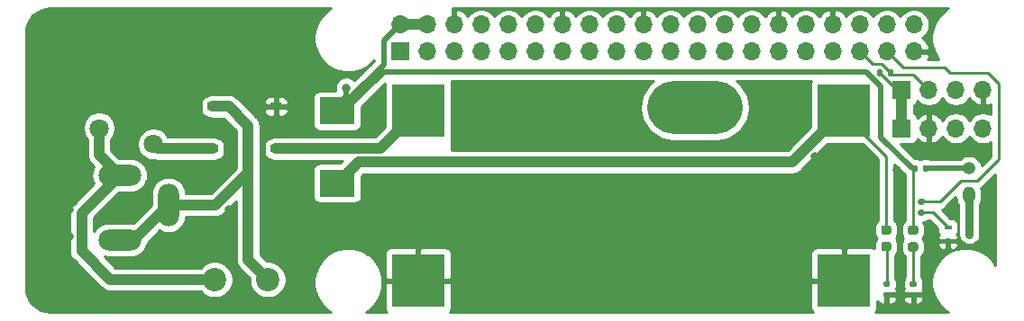
<source format=gtl>
G04 #@! TF.GenerationSoftware,KiCad,Pcbnew,(5.1.10)-1*
G04 #@! TF.CreationDate,2021-12-24T20:30:38+01:00*
G04 #@! TF.ProjectId,pi_power_hat,70695f70-6f77-4657-925f-6861742e6b69,1.0*
G04 #@! TF.SameCoordinates,Original*
G04 #@! TF.FileFunction,Copper,L1,Top*
G04 #@! TF.FilePolarity,Positive*
%FSLAX46Y46*%
G04 Gerber Fmt 4.6, Leading zero omitted, Abs format (unit mm)*
G04 Created by KiCad (PCBNEW (5.1.10)-1) date 2021-12-24 20:30:38*
%MOMM*%
%LPD*%
G01*
G04 APERTURE LIST*
G04 #@! TA.AperFunction,ComponentPad*
%ADD10O,2.000000X4.000000*%
G04 #@! TD*
G04 #@! TA.AperFunction,ComponentPad*
%ADD11O,4.000000X2.000000*%
G04 #@! TD*
G04 #@! TA.AperFunction,ComponentPad*
%ADD12R,1.700000X1.700000*%
G04 #@! TD*
G04 #@! TA.AperFunction,ComponentPad*
%ADD13O,1.700000X1.700000*%
G04 #@! TD*
G04 #@! TA.AperFunction,SMDPad,CuDef*
%ADD14R,5.000000X5.000000*%
G04 #@! TD*
G04 #@! TA.AperFunction,SMDPad,CuDef*
%ADD15R,1.000000X0.700000*%
G04 #@! TD*
G04 #@! TA.AperFunction,SMDPad,CuDef*
%ADD16R,3.300000X2.500000*%
G04 #@! TD*
G04 #@! TA.AperFunction,ComponentPad*
%ADD17O,1.200000X1.600000*%
G04 #@! TD*
G04 #@! TA.AperFunction,ComponentPad*
%ADD18O,1.200000X1.200000*%
G04 #@! TD*
G04 #@! TA.AperFunction,SMDPad,CuDef*
%ADD19R,0.700000X0.450000*%
G04 #@! TD*
G04 #@! TA.AperFunction,ComponentPad*
%ADD20C,2.200000*%
G04 #@! TD*
G04 #@! TA.AperFunction,ComponentPad*
%ADD21C,1.800000*%
G04 #@! TD*
G04 #@! TA.AperFunction,ViaPad*
%ADD22C,0.800000*%
G04 #@! TD*
G04 #@! TA.AperFunction,Conductor*
%ADD23C,1.000000*%
G04 #@! TD*
G04 #@! TA.AperFunction,Conductor*
%ADD24C,0.500000*%
G04 #@! TD*
G04 #@! TA.AperFunction,Conductor*
%ADD25C,0.250000*%
G04 #@! TD*
G04 #@! TA.AperFunction,Conductor*
%ADD26C,0.750000*%
G04 #@! TD*
G04 #@! TA.AperFunction,Conductor*
%ADD27C,0.254000*%
G04 #@! TD*
G04 #@! TA.AperFunction,Conductor*
%ADD28C,0.100000*%
G04 #@! TD*
G04 APERTURE END LIST*
D10*
X104155000Y-110277000D03*
D11*
X99555000Y-107477000D03*
X99555000Y-113577000D03*
D12*
X173032000Y-99468000D03*
D13*
X175572000Y-99468000D03*
X178112000Y-99468000D03*
X180652000Y-99468000D03*
D14*
X167600000Y-101400000D03*
X167600000Y-117400000D03*
X127600000Y-101400000D03*
X127600000Y-117400000D03*
G04 #@! TA.AperFunction,WasherPad*
G36*
G01*
X151600000Y-98600000D02*
X155600000Y-98600000D01*
G75*
G02*
X158100000Y-101100000I0J-2500000D01*
G01*
X158100000Y-101100000D01*
G75*
G02*
X155600000Y-103600000I-2500000J0D01*
G01*
X151600000Y-103600000D01*
G75*
G02*
X149100000Y-101100000I0J2500000D01*
G01*
X149100000Y-101100000D01*
G75*
G02*
X151600000Y-98600000I2500000J0D01*
G01*
G37*
G04 #@! TD.AperFunction*
D12*
X125902000Y-95838000D03*
D13*
X125902000Y-93298000D03*
X128442000Y-95838000D03*
X128442000Y-93298000D03*
X130982000Y-95838000D03*
X130982000Y-93298000D03*
X133522000Y-95838000D03*
X133522000Y-93298000D03*
X136062000Y-95838000D03*
X136062000Y-93298000D03*
X138602000Y-95838000D03*
X138602000Y-93298000D03*
X141142000Y-95838000D03*
X141142000Y-93298000D03*
X143682000Y-95838000D03*
X143682000Y-93298000D03*
X146222000Y-95838000D03*
X146222000Y-93298000D03*
X148762000Y-95838000D03*
X148762000Y-93298000D03*
X151302000Y-95838000D03*
X151302000Y-93298000D03*
X153842000Y-95838000D03*
X153842000Y-93298000D03*
X156382000Y-95838000D03*
X156382000Y-93298000D03*
X158922000Y-95838000D03*
X158922000Y-93298000D03*
X161462000Y-95838000D03*
X161462000Y-93298000D03*
X164002000Y-95838000D03*
X164002000Y-93298000D03*
X166542000Y-95838000D03*
X166542000Y-93298000D03*
X169082000Y-95838000D03*
X169082000Y-93298000D03*
X171622000Y-95838000D03*
X171622000Y-93298000D03*
X174162000Y-95838000D03*
X174162000Y-93298000D03*
G04 #@! TA.AperFunction,SMDPad,CuDef*
G36*
G01*
X173920000Y-117457000D02*
X174290000Y-117457000D01*
G75*
G02*
X174425000Y-117592000I0J-135000D01*
G01*
X174425000Y-117862000D01*
G75*
G02*
X174290000Y-117997000I-135000J0D01*
G01*
X173920000Y-117997000D01*
G75*
G02*
X173785000Y-117862000I0J135000D01*
G01*
X173785000Y-117592000D01*
G75*
G02*
X173920000Y-117457000I135000J0D01*
G01*
G37*
G04 #@! TD.AperFunction*
G04 #@! TA.AperFunction,SMDPad,CuDef*
G36*
G01*
X173920000Y-118477000D02*
X174290000Y-118477000D01*
G75*
G02*
X174425000Y-118612000I0J-135000D01*
G01*
X174425000Y-118882000D01*
G75*
G02*
X174290000Y-119017000I-135000J0D01*
G01*
X173920000Y-119017000D01*
G75*
G02*
X173785000Y-118882000I0J135000D01*
G01*
X173785000Y-118612000D01*
G75*
G02*
X173920000Y-118477000I135000J0D01*
G01*
G37*
G04 #@! TD.AperFunction*
D15*
X114250000Y-104987000D03*
X114250000Y-100987000D03*
X108300000Y-100987000D03*
X108300000Y-104987000D03*
D16*
X119995000Y-108227000D03*
X119995000Y-101427000D03*
D17*
X179332000Y-109368000D03*
D18*
X179332000Y-106828000D03*
D13*
X180652000Y-103068000D03*
X178112000Y-103068000D03*
X175572000Y-103068000D03*
D12*
X173032000Y-103068000D03*
D19*
X177355000Y-112387000D03*
X177355000Y-113687000D03*
X179355000Y-113037000D03*
G04 #@! TA.AperFunction,SMDPad,CuDef*
G36*
G01*
X171420000Y-117457000D02*
X171790000Y-117457000D01*
G75*
G02*
X171925000Y-117592000I0J-135000D01*
G01*
X171925000Y-117862000D01*
G75*
G02*
X171790000Y-117997000I-135000J0D01*
G01*
X171420000Y-117997000D01*
G75*
G02*
X171285000Y-117862000I0J135000D01*
G01*
X171285000Y-117592000D01*
G75*
G02*
X171420000Y-117457000I135000J0D01*
G01*
G37*
G04 #@! TD.AperFunction*
G04 #@! TA.AperFunction,SMDPad,CuDef*
G36*
G01*
X171420000Y-118477000D02*
X171790000Y-118477000D01*
G75*
G02*
X171925000Y-118612000I0J-135000D01*
G01*
X171925000Y-118882000D01*
G75*
G02*
X171790000Y-119017000I-135000J0D01*
G01*
X171420000Y-119017000D01*
G75*
G02*
X171285000Y-118882000I0J135000D01*
G01*
X171285000Y-118612000D01*
G75*
G02*
X171420000Y-118477000I135000J0D01*
G01*
G37*
G04 #@! TD.AperFunction*
G04 #@! TA.AperFunction,SMDPad,CuDef*
G36*
G01*
X171215000Y-97652000D02*
X171215000Y-98022000D01*
G75*
G02*
X171080000Y-98157000I-135000J0D01*
G01*
X170810000Y-98157000D01*
G75*
G02*
X170675000Y-98022000I0J135000D01*
G01*
X170675000Y-97652000D01*
G75*
G02*
X170810000Y-97517000I135000J0D01*
G01*
X171080000Y-97517000D01*
G75*
G02*
X171215000Y-97652000I0J-135000D01*
G01*
G37*
G04 #@! TD.AperFunction*
G04 #@! TA.AperFunction,SMDPad,CuDef*
G36*
G01*
X172235000Y-97652000D02*
X172235000Y-98022000D01*
G75*
G02*
X172100000Y-98157000I-135000J0D01*
G01*
X171830000Y-98157000D01*
G75*
G02*
X171695000Y-98022000I0J135000D01*
G01*
X171695000Y-97652000D01*
G75*
G02*
X171830000Y-97517000I135000J0D01*
G01*
X172100000Y-97517000D01*
G75*
G02*
X172235000Y-97652000I0J-135000D01*
G01*
G37*
G04 #@! TD.AperFunction*
G04 #@! TA.AperFunction,SMDPad,CuDef*
G36*
G01*
X174670000Y-109707000D02*
X175040000Y-109707000D01*
G75*
G02*
X175175000Y-109842000I0J-135000D01*
G01*
X175175000Y-110112000D01*
G75*
G02*
X175040000Y-110247000I-135000J0D01*
G01*
X174670000Y-110247000D01*
G75*
G02*
X174535000Y-110112000I0J135000D01*
G01*
X174535000Y-109842000D01*
G75*
G02*
X174670000Y-109707000I135000J0D01*
G01*
G37*
G04 #@! TD.AperFunction*
G04 #@! TA.AperFunction,SMDPad,CuDef*
G36*
G01*
X174670000Y-110727000D02*
X175040000Y-110727000D01*
G75*
G02*
X175175000Y-110862000I0J-135000D01*
G01*
X175175000Y-111132000D01*
G75*
G02*
X175040000Y-111267000I-135000J0D01*
G01*
X174670000Y-111267000D01*
G75*
G02*
X174535000Y-111132000I0J135000D01*
G01*
X174535000Y-110862000D01*
G75*
G02*
X174670000Y-110727000I135000J0D01*
G01*
G37*
G04 #@! TD.AperFunction*
G04 #@! TA.AperFunction,SMDPad,CuDef*
G36*
G01*
X173975000Y-107022000D02*
X173975000Y-106652000D01*
G75*
G02*
X174110000Y-106517000I135000J0D01*
G01*
X174380000Y-106517000D01*
G75*
G02*
X174515000Y-106652000I0J-135000D01*
G01*
X174515000Y-107022000D01*
G75*
G02*
X174380000Y-107157000I-135000J0D01*
G01*
X174110000Y-107157000D01*
G75*
G02*
X173975000Y-107022000I0J135000D01*
G01*
G37*
G04 #@! TD.AperFunction*
G04 #@! TA.AperFunction,SMDPad,CuDef*
G36*
G01*
X174995000Y-107022000D02*
X174995000Y-106652000D01*
G75*
G02*
X175130000Y-106517000I135000J0D01*
G01*
X175400000Y-106517000D01*
G75*
G02*
X175535000Y-106652000I0J-135000D01*
G01*
X175535000Y-107022000D01*
G75*
G02*
X175400000Y-107157000I-135000J0D01*
G01*
X175130000Y-107157000D01*
G75*
G02*
X174995000Y-107022000I0J135000D01*
G01*
G37*
G04 #@! TD.AperFunction*
G04 #@! TA.AperFunction,SMDPad,CuDef*
G36*
G01*
X171816650Y-113065700D02*
X171304150Y-113065700D01*
G75*
G02*
X171085400Y-112846950I0J218750D01*
G01*
X171085400Y-112409450D01*
G75*
G02*
X171304150Y-112190700I218750J0D01*
G01*
X171816650Y-112190700D01*
G75*
G02*
X172035400Y-112409450I0J-218750D01*
G01*
X172035400Y-112846950D01*
G75*
G02*
X171816650Y-113065700I-218750J0D01*
G01*
G37*
G04 #@! TD.AperFunction*
G04 #@! TA.AperFunction,SMDPad,CuDef*
G36*
G01*
X171816650Y-114640700D02*
X171304150Y-114640700D01*
G75*
G02*
X171085400Y-114421950I0J218750D01*
G01*
X171085400Y-113984450D01*
G75*
G02*
X171304150Y-113765700I218750J0D01*
G01*
X171816650Y-113765700D01*
G75*
G02*
X172035400Y-113984450I0J-218750D01*
G01*
X172035400Y-114421950D01*
G75*
G02*
X171816650Y-114640700I-218750J0D01*
G01*
G37*
G04 #@! TD.AperFunction*
G04 #@! TA.AperFunction,SMDPad,CuDef*
G36*
G01*
X174340650Y-114660200D02*
X173828150Y-114660200D01*
G75*
G02*
X173609400Y-114441450I0J218750D01*
G01*
X173609400Y-114003950D01*
G75*
G02*
X173828150Y-113785200I218750J0D01*
G01*
X174340650Y-113785200D01*
G75*
G02*
X174559400Y-114003950I0J-218750D01*
G01*
X174559400Y-114441450D01*
G75*
G02*
X174340650Y-114660200I-218750J0D01*
G01*
G37*
G04 #@! TD.AperFunction*
G04 #@! TA.AperFunction,SMDPad,CuDef*
G36*
G01*
X174340650Y-113085200D02*
X173828150Y-113085200D01*
G75*
G02*
X173609400Y-112866450I0J218750D01*
G01*
X173609400Y-112428950D01*
G75*
G02*
X173828150Y-112210200I218750J0D01*
G01*
X174340650Y-112210200D01*
G75*
G02*
X174559400Y-112428950I0J-218750D01*
G01*
X174559400Y-112866450D01*
G75*
G02*
X174340650Y-113085200I-218750J0D01*
G01*
G37*
G04 #@! TD.AperFunction*
D20*
X108485000Y-117307000D03*
X113485000Y-117307000D03*
D21*
X102740000Y-104550000D03*
X97640000Y-103050000D03*
D22*
X99855000Y-100737000D03*
X120855000Y-99237000D03*
X175000000Y-105300000D03*
X180700000Y-105600000D03*
X181300000Y-114500000D03*
X175855000Y-115737000D03*
X172605000Y-106987000D03*
X132355000Y-100737000D03*
X134855000Y-100737000D03*
X137355000Y-100737000D03*
X139855000Y-100737000D03*
X142355000Y-100737000D03*
X144855000Y-100737000D03*
X147355000Y-100737000D03*
X147355000Y-103237000D03*
X142355000Y-103237000D03*
X139855000Y-103237000D03*
X137355000Y-103237000D03*
X134855000Y-103237000D03*
X132355000Y-103237000D03*
X124855000Y-108237000D03*
X127355000Y-108237000D03*
X129855000Y-108237000D03*
X132355000Y-108237000D03*
X134855000Y-108237000D03*
X137355000Y-108237000D03*
X139855000Y-108237000D03*
X142355000Y-108237000D03*
X144855000Y-108237000D03*
X147355000Y-108237000D03*
X149855000Y-108237000D03*
X152355000Y-108237000D03*
X154855000Y-108237000D03*
X157355000Y-108237000D03*
X159855000Y-108237000D03*
X162355000Y-108237000D03*
X164855000Y-108237000D03*
X164855000Y-105737000D03*
X167355000Y-105737000D03*
X169855000Y-105737000D03*
X169855000Y-108237000D03*
X167355000Y-108237000D03*
X169855000Y-110737000D03*
X167355000Y-110737000D03*
X164855000Y-110737000D03*
X162355000Y-110737000D03*
X124855000Y-110737000D03*
X127355000Y-110737000D03*
X129855000Y-110737000D03*
X159855000Y-100737000D03*
X162355000Y-100737000D03*
X162355000Y-103237000D03*
X159855000Y-103237000D03*
X159855000Y-110737000D03*
X157355000Y-110737000D03*
X157355000Y-113237000D03*
X159855000Y-113237000D03*
X162355000Y-113237000D03*
X164855000Y-113237000D03*
X167355000Y-113237000D03*
X167355000Y-113237000D03*
X169855000Y-113237000D03*
X162355000Y-115737000D03*
X162355000Y-118237000D03*
X159855000Y-118237000D03*
X159855000Y-115737000D03*
X157355000Y-115737000D03*
X157355000Y-118237000D03*
X154855000Y-118237000D03*
X154855000Y-115737000D03*
X154855000Y-113237000D03*
X154855000Y-110737000D03*
X152355000Y-110737000D03*
X152355000Y-113237000D03*
X152355000Y-115737000D03*
X152355000Y-118237000D03*
X149855000Y-118237000D03*
X147355000Y-118237000D03*
X144855000Y-118237000D03*
X142355000Y-118237000D03*
X139855000Y-118237000D03*
X137355000Y-118237000D03*
X134855000Y-118237000D03*
X132355000Y-118237000D03*
X132355000Y-115737000D03*
X134855000Y-115737000D03*
X137355000Y-115737000D03*
X139855000Y-115737000D03*
X142355000Y-115737000D03*
X144855000Y-115737000D03*
X147355000Y-115737000D03*
X149855000Y-115737000D03*
X149855000Y-113237000D03*
X147355000Y-113237000D03*
X142355000Y-113237000D03*
X144855000Y-113237000D03*
X139855000Y-113237000D03*
X137355000Y-113237000D03*
X134855000Y-113237000D03*
X132355000Y-113237000D03*
X129855000Y-113237000D03*
X127355000Y-113237000D03*
X124855000Y-113237000D03*
X132355000Y-110737000D03*
X134855000Y-110737000D03*
X137355000Y-110737000D03*
X139855000Y-110737000D03*
X144855000Y-110737000D03*
X142355000Y-110737000D03*
X147355000Y-110737000D03*
X149855000Y-110737000D03*
X144855000Y-103237000D03*
X102355000Y-115737000D03*
X104855000Y-115737000D03*
X104855000Y-113237000D03*
X99855000Y-110737000D03*
X102355000Y-108237000D03*
X107355000Y-108237000D03*
X114855000Y-110737000D03*
X114855000Y-108237000D03*
X117355000Y-110737000D03*
X119855000Y-110737000D03*
X122355000Y-110737000D03*
X122355000Y-113237000D03*
X119855000Y-113237000D03*
X117355000Y-113237000D03*
X117355000Y-115737000D03*
X117355000Y-118237000D03*
X92355000Y-93237000D03*
X94855000Y-93237000D03*
X97355000Y-93237000D03*
X99855000Y-93237000D03*
X104855000Y-93237000D03*
X107355000Y-93237000D03*
X109855000Y-93237000D03*
X112355000Y-93237000D03*
X114855000Y-93237000D03*
X117355000Y-93237000D03*
X117355000Y-95737000D03*
X117355000Y-98237000D03*
X114855000Y-98237000D03*
X114855000Y-95737000D03*
X112355000Y-95737000D03*
X109855000Y-95737000D03*
X104855000Y-95737000D03*
X107355000Y-95737000D03*
X102355000Y-93237000D03*
X102355000Y-95737000D03*
X94855000Y-95737000D03*
X92355000Y-95737000D03*
X92355000Y-98237000D03*
X92355000Y-100737000D03*
X92355000Y-103237000D03*
X92355000Y-105737000D03*
X92355000Y-108237000D03*
X92355000Y-110737000D03*
X92355000Y-113237000D03*
X92355000Y-115737000D03*
X92355000Y-118237000D03*
X97355000Y-118237000D03*
X94855000Y-118237000D03*
X94855000Y-115737000D03*
X94855000Y-113237000D03*
X94855000Y-110737000D03*
X94855000Y-108237000D03*
X94855000Y-105737000D03*
X94855000Y-103237000D03*
X94855000Y-100737000D03*
X94855000Y-98237000D03*
X97355000Y-100737000D03*
X102355000Y-100737000D03*
X104855000Y-100737000D03*
X109855000Y-103237000D03*
X107355000Y-103237000D03*
X104855000Y-98237000D03*
X107355000Y-98237000D03*
X109855000Y-98237000D03*
X112355000Y-98237000D03*
X109855000Y-110737000D03*
X109855000Y-115737000D03*
X177800000Y-110600000D03*
X175600000Y-112300000D03*
X171100000Y-120000000D03*
X176300000Y-120000000D03*
X181400000Y-108400000D03*
X117400000Y-103400000D03*
X117400000Y-103400000D03*
X124000000Y-100000000D03*
X123400000Y-103300000D03*
D23*
X125902000Y-93298000D02*
X128442000Y-93298000D01*
D24*
X124382001Y-94817999D02*
X124382001Y-97039999D01*
X125902000Y-93298000D02*
X124382001Y-94817999D01*
X122020000Y-99402000D02*
X119995000Y-101427000D01*
X124382001Y-97039999D02*
X122020000Y-99402000D01*
X120855000Y-100037000D02*
X120855000Y-99237000D01*
X119995000Y-100897000D02*
X120855000Y-100037000D01*
X119995000Y-101427000D02*
X119995000Y-100897000D01*
X120665000Y-101427000D02*
X119995000Y-101427000D01*
X124355000Y-97737000D02*
X120665000Y-101427000D01*
X169697670Y-97737000D02*
X124355000Y-97737000D01*
X171055000Y-99094330D02*
X169697670Y-97737000D01*
X171055000Y-103917000D02*
X171055000Y-99094330D01*
X173975000Y-106837000D02*
X171055000Y-103917000D01*
X174245000Y-106837000D02*
X173975000Y-106837000D01*
D25*
X174084400Y-106997600D02*
X174245000Y-106837000D01*
X174084400Y-112647700D02*
X174084400Y-106997600D01*
X168610000Y-96310000D02*
X169082000Y-95838000D01*
X171141001Y-97013001D02*
X171965000Y-97837000D01*
X170257001Y-97013001D02*
X171141001Y-97013001D01*
X169082000Y-95838000D02*
X170257001Y-97013001D01*
X172150010Y-98022010D02*
X171965000Y-97837000D01*
X174126010Y-98022010D02*
X172150010Y-98022010D01*
X175572000Y-99468000D02*
X174126010Y-98022010D01*
X178545277Y-108037000D02*
X176605277Y-109977000D01*
X180098002Y-108037000D02*
X178545277Y-108037000D01*
X182131990Y-106003012D02*
X180098002Y-108037000D01*
X182131990Y-98813990D02*
X182131990Y-106003012D01*
X181155000Y-97837000D02*
X182131990Y-98813990D01*
X177527998Y-97837000D02*
X181155000Y-97837000D01*
X177027998Y-97337000D02*
X177527998Y-97837000D01*
X176605277Y-109977000D02*
X174855000Y-109977000D01*
X173121000Y-97337000D02*
X177027998Y-97337000D01*
X171622000Y-95838000D02*
X173121000Y-97337000D01*
D23*
X124013000Y-104987000D02*
X127600000Y-101400000D01*
X114250000Y-104987000D02*
X124013000Y-104987000D01*
D25*
X171605000Y-114247800D02*
X171560400Y-114203200D01*
X171605000Y-117727000D02*
X171605000Y-114247800D01*
X174105000Y-114243300D02*
X174084400Y-114222700D01*
X174105000Y-117727000D02*
X174105000Y-114243300D01*
D26*
X179355000Y-109391000D02*
X179332000Y-109368000D01*
X179355000Y-113037000D02*
X179355000Y-109391000D01*
D24*
X179323000Y-106837000D02*
X179332000Y-106828000D01*
X175265000Y-106837000D02*
X179323000Y-106837000D01*
D23*
X173032000Y-103068000D02*
X173032000Y-99468000D01*
D25*
X172576000Y-99468000D02*
X173032000Y-99468000D01*
X170945000Y-97837000D02*
X172576000Y-99468000D01*
X177346000Y-112378000D02*
X177355000Y-112387000D01*
X175965000Y-110997000D02*
X177355000Y-112387000D01*
X174855000Y-110997000D02*
X175965000Y-110997000D01*
D23*
X162763000Y-106237000D02*
X167600000Y-101400000D01*
X121985000Y-106237000D02*
X162763000Y-106237000D01*
X119995000Y-108227000D02*
X121985000Y-106237000D01*
D25*
X171560400Y-105692400D02*
X171560400Y-112628200D01*
X167600000Y-101732000D02*
X171560400Y-105692400D01*
X167600000Y-101400000D02*
X167600000Y-101732000D01*
D23*
X100855000Y-113577000D02*
X104155000Y-110277000D01*
X99555000Y-113577000D02*
X100855000Y-113577000D01*
X111615000Y-102797000D02*
X109805000Y-100987000D01*
X111615000Y-107247000D02*
X111615000Y-102797000D01*
X109805000Y-100987000D02*
X108300000Y-100987000D01*
X108585000Y-110277000D02*
X111615000Y-107247000D01*
X104155000Y-110277000D02*
X108585000Y-110277000D01*
X111615000Y-115437000D02*
X111615000Y-102797000D01*
X113485000Y-117307000D02*
X111615000Y-115437000D01*
X96000000Y-111032000D02*
X99555000Y-107477000D01*
X96000000Y-114642000D02*
X96000000Y-111032000D01*
X98665000Y-117307000D02*
X96000000Y-114642000D01*
X108485000Y-117307000D02*
X98665000Y-117307000D01*
X97640000Y-105562000D02*
X99555000Y-107477000D01*
X97640000Y-103050000D02*
X97640000Y-105562000D01*
X103177000Y-104987000D02*
X102740000Y-104550000D01*
X108300000Y-104987000D02*
X103177000Y-104987000D01*
D27*
X118974907Y-92061425D02*
X118525425Y-92510907D01*
X118172270Y-93039442D01*
X117929012Y-93626719D01*
X117805000Y-94250168D01*
X117805000Y-94885832D01*
X117929012Y-95509281D01*
X118172270Y-96096558D01*
X118525425Y-96625093D01*
X118974907Y-97074575D01*
X119503442Y-97427730D01*
X120090719Y-97670988D01*
X120714168Y-97795000D01*
X121349832Y-97795000D01*
X121973281Y-97670988D01*
X122560558Y-97427730D01*
X123089093Y-97074575D01*
X123497002Y-96666666D01*
X123497002Y-96673419D01*
X121626066Y-98544355D01*
X121514774Y-98433063D01*
X121345256Y-98319795D01*
X121156898Y-98241774D01*
X120956939Y-98202000D01*
X120753061Y-98202000D01*
X120553102Y-98241774D01*
X120364744Y-98319795D01*
X120195226Y-98433063D01*
X120051063Y-98577226D01*
X119937795Y-98746744D01*
X119859774Y-98935102D01*
X119820000Y-99135061D01*
X119820000Y-99338939D01*
X119859774Y-99538898D01*
X119859786Y-99538928D01*
X118345000Y-99538928D01*
X118220518Y-99551188D01*
X118100820Y-99587498D01*
X117990506Y-99646463D01*
X117893815Y-99725815D01*
X117814463Y-99822506D01*
X117755498Y-99932820D01*
X117719188Y-100052518D01*
X117706928Y-100177000D01*
X117706928Y-102677000D01*
X117719188Y-102801482D01*
X117755498Y-102921180D01*
X117814463Y-103031494D01*
X117893815Y-103128185D01*
X117990506Y-103207537D01*
X118100820Y-103266502D01*
X118220518Y-103302812D01*
X118345000Y-103315072D01*
X121645000Y-103315072D01*
X121769482Y-103302812D01*
X121889180Y-103266502D01*
X121999494Y-103207537D01*
X122096185Y-103128185D01*
X122175537Y-103031494D01*
X122234502Y-102921180D01*
X122270812Y-102801482D01*
X122283072Y-102677000D01*
X122283072Y-101060506D01*
X124463933Y-98879646D01*
X124461928Y-98900000D01*
X124461928Y-102932941D01*
X123542869Y-103852000D01*
X114194248Y-103852000D01*
X114027501Y-103868423D01*
X113813553Y-103933324D01*
X113677447Y-104006074D01*
X113625518Y-104011188D01*
X113505820Y-104047498D01*
X113395506Y-104106463D01*
X113298815Y-104185815D01*
X113219463Y-104282506D01*
X113160498Y-104392820D01*
X113124188Y-104512518D01*
X113111928Y-104637000D01*
X113111928Y-104962439D01*
X113109509Y-104987000D01*
X113111928Y-105011561D01*
X113111928Y-105337000D01*
X113124188Y-105461482D01*
X113160498Y-105581180D01*
X113219463Y-105691494D01*
X113298815Y-105788185D01*
X113395506Y-105867537D01*
X113505820Y-105926502D01*
X113625518Y-105962812D01*
X113677447Y-105967926D01*
X113813553Y-106040676D01*
X114027501Y-106105577D01*
X114194248Y-106122000D01*
X120494868Y-106122000D01*
X120277940Y-106338928D01*
X118345000Y-106338928D01*
X118220518Y-106351188D01*
X118100820Y-106387498D01*
X117990506Y-106446463D01*
X117893815Y-106525815D01*
X117814463Y-106622506D01*
X117755498Y-106732820D01*
X117719188Y-106852518D01*
X117706928Y-106977000D01*
X117706928Y-109477000D01*
X117719188Y-109601482D01*
X117755498Y-109721180D01*
X117814463Y-109831494D01*
X117893815Y-109928185D01*
X117990506Y-110007537D01*
X118100820Y-110066502D01*
X118220518Y-110102812D01*
X118345000Y-110115072D01*
X121645000Y-110115072D01*
X121769482Y-110102812D01*
X121889180Y-110066502D01*
X121999494Y-110007537D01*
X122096185Y-109928185D01*
X122175537Y-109831494D01*
X122234502Y-109721180D01*
X122270812Y-109601482D01*
X122283072Y-109477000D01*
X122283072Y-107544060D01*
X122455132Y-107372000D01*
X162707249Y-107372000D01*
X162763000Y-107377491D01*
X162818751Y-107372000D01*
X162818752Y-107372000D01*
X162985499Y-107355577D01*
X163199447Y-107290676D01*
X163396623Y-107185284D01*
X163569449Y-107043449D01*
X163604996Y-107000135D01*
X166067060Y-104538072D01*
X169331270Y-104538072D01*
X170800400Y-106007203D01*
X170800401Y-111719781D01*
X170698285Y-111803585D01*
X170591729Y-111933425D01*
X170512550Y-112081558D01*
X170463792Y-112242292D01*
X170447328Y-112409450D01*
X170447328Y-112846950D01*
X170463792Y-113014108D01*
X170512550Y-113174842D01*
X170591729Y-113322975D01*
X170667826Y-113415700D01*
X170591729Y-113508425D01*
X170512550Y-113656558D01*
X170463792Y-113817292D01*
X170447328Y-113984450D01*
X170447328Y-114365633D01*
X170344180Y-114310498D01*
X170224482Y-114274188D01*
X170100000Y-114261928D01*
X167885750Y-114265000D01*
X167727000Y-114423750D01*
X167727000Y-117273000D01*
X167747000Y-117273000D01*
X167747000Y-117527000D01*
X167727000Y-117527000D01*
X167727000Y-117547000D01*
X167473000Y-117547000D01*
X167473000Y-117527000D01*
X164623750Y-117527000D01*
X164465000Y-117685750D01*
X164461928Y-119900000D01*
X164474188Y-120024482D01*
X164510498Y-120144180D01*
X164569463Y-120254494D01*
X164648815Y-120351185D01*
X164657119Y-120358000D01*
X130542881Y-120358000D01*
X130551185Y-120351185D01*
X130630537Y-120254494D01*
X130689502Y-120144180D01*
X130725812Y-120024482D01*
X130738072Y-119900000D01*
X130735000Y-117685750D01*
X130576250Y-117527000D01*
X127727000Y-117527000D01*
X127727000Y-117547000D01*
X127473000Y-117547000D01*
X127473000Y-117527000D01*
X124623750Y-117527000D01*
X124465000Y-117685750D01*
X124461928Y-119900000D01*
X124474188Y-120024482D01*
X124510498Y-120144180D01*
X124569463Y-120254494D01*
X124648815Y-120351185D01*
X124657119Y-120358000D01*
X122664917Y-120358000D01*
X123089093Y-120074575D01*
X123538575Y-119625093D01*
X123891730Y-119096558D01*
X124134988Y-118509281D01*
X124259000Y-117885832D01*
X124259000Y-117250168D01*
X124134988Y-116626719D01*
X123891730Y-116039442D01*
X123538575Y-115510907D01*
X123089093Y-115061425D01*
X122847503Y-114900000D01*
X124461928Y-114900000D01*
X124465000Y-117114250D01*
X124623750Y-117273000D01*
X127473000Y-117273000D01*
X127473000Y-114423750D01*
X127727000Y-114423750D01*
X127727000Y-117273000D01*
X130576250Y-117273000D01*
X130735000Y-117114250D01*
X130738072Y-114900000D01*
X164461928Y-114900000D01*
X164465000Y-117114250D01*
X164623750Y-117273000D01*
X167473000Y-117273000D01*
X167473000Y-114423750D01*
X167314250Y-114265000D01*
X165100000Y-114261928D01*
X164975518Y-114274188D01*
X164855820Y-114310498D01*
X164745506Y-114369463D01*
X164648815Y-114448815D01*
X164569463Y-114545506D01*
X164510498Y-114655820D01*
X164474188Y-114775518D01*
X164461928Y-114900000D01*
X130738072Y-114900000D01*
X130725812Y-114775518D01*
X130689502Y-114655820D01*
X130630537Y-114545506D01*
X130551185Y-114448815D01*
X130454494Y-114369463D01*
X130344180Y-114310498D01*
X130224482Y-114274188D01*
X130100000Y-114261928D01*
X127885750Y-114265000D01*
X127727000Y-114423750D01*
X127473000Y-114423750D01*
X127314250Y-114265000D01*
X125100000Y-114261928D01*
X124975518Y-114274188D01*
X124855820Y-114310498D01*
X124745506Y-114369463D01*
X124648815Y-114448815D01*
X124569463Y-114545506D01*
X124510498Y-114655820D01*
X124474188Y-114775518D01*
X124461928Y-114900000D01*
X122847503Y-114900000D01*
X122560558Y-114708270D01*
X121973281Y-114465012D01*
X121349832Y-114341000D01*
X120714168Y-114341000D01*
X120090719Y-114465012D01*
X119503442Y-114708270D01*
X118974907Y-115061425D01*
X118525425Y-115510907D01*
X118172270Y-116039442D01*
X117929012Y-116626719D01*
X117805000Y-117250168D01*
X117805000Y-117885832D01*
X117929012Y-118509281D01*
X118172270Y-119096558D01*
X118525425Y-119625093D01*
X118974907Y-120074575D01*
X119399083Y-120358000D01*
X93066721Y-120358000D01*
X92587867Y-120311048D01*
X92160647Y-120182063D01*
X91766616Y-119972554D01*
X91420786Y-119690501D01*
X91136328Y-119346651D01*
X90924073Y-118954093D01*
X90792109Y-118527788D01*
X90742000Y-118051036D01*
X90742000Y-111032000D01*
X94859509Y-111032000D01*
X94865001Y-111087761D01*
X94865000Y-114586248D01*
X94859509Y-114642000D01*
X94865000Y-114697751D01*
X94881423Y-114864498D01*
X94946324Y-115078446D01*
X95051716Y-115275623D01*
X95193551Y-115448449D01*
X95236865Y-115483996D01*
X97823009Y-118070141D01*
X97858551Y-118113449D01*
X98031377Y-118255284D01*
X98228553Y-118360676D01*
X98386681Y-118408644D01*
X98442500Y-118425577D01*
X98664999Y-118447491D01*
X98720751Y-118442000D01*
X107166339Y-118442000D01*
X107379002Y-118654663D01*
X107663169Y-118844537D01*
X107978919Y-118975325D01*
X108314117Y-119042000D01*
X108655883Y-119042000D01*
X108991081Y-118975325D01*
X109306831Y-118844537D01*
X109590998Y-118654663D01*
X109832663Y-118412998D01*
X110022537Y-118128831D01*
X110153325Y-117813081D01*
X110220000Y-117477883D01*
X110220000Y-117136117D01*
X110153325Y-116800919D01*
X110022537Y-116485169D01*
X109832663Y-116201002D01*
X109590998Y-115959337D01*
X109306831Y-115769463D01*
X108991081Y-115638675D01*
X108655883Y-115572000D01*
X108314117Y-115572000D01*
X107978919Y-115638675D01*
X107663169Y-115769463D01*
X107379002Y-115959337D01*
X107166339Y-116172000D01*
X99135132Y-116172000D01*
X98115329Y-115152198D01*
X98234484Y-115188343D01*
X98474678Y-115212000D01*
X100635322Y-115212000D01*
X100875516Y-115188343D01*
X101183715Y-115094852D01*
X101467752Y-114943031D01*
X101716714Y-114738714D01*
X101921031Y-114489752D01*
X102072852Y-114205715D01*
X102166343Y-113897516D01*
X102169263Y-113867868D01*
X103341207Y-112695925D01*
X103526286Y-112794852D01*
X103834485Y-112888343D01*
X104155000Y-112919911D01*
X104475516Y-112888343D01*
X104783715Y-112794852D01*
X105067752Y-112643031D01*
X105316714Y-112438714D01*
X105521031Y-112189752D01*
X105672852Y-111905715D01*
X105766343Y-111597516D01*
X105784615Y-111412000D01*
X108529249Y-111412000D01*
X108585000Y-111417491D01*
X108640751Y-111412000D01*
X108640752Y-111412000D01*
X108807499Y-111395577D01*
X109021447Y-111330676D01*
X109218623Y-111225284D01*
X109391449Y-111083449D01*
X109426996Y-111040135D01*
X110480000Y-109987131D01*
X110480000Y-115381248D01*
X110474509Y-115437000D01*
X110480000Y-115492751D01*
X110496423Y-115659498D01*
X110561324Y-115873446D01*
X110666716Y-116070623D01*
X110808551Y-116243449D01*
X110851865Y-116278996D01*
X111750000Y-117177132D01*
X111750000Y-117477883D01*
X111816675Y-117813081D01*
X111947463Y-118128831D01*
X112137337Y-118412998D01*
X112379002Y-118654663D01*
X112663169Y-118844537D01*
X112978919Y-118975325D01*
X113314117Y-119042000D01*
X113655883Y-119042000D01*
X113991081Y-118975325D01*
X114306831Y-118844537D01*
X114590998Y-118654663D01*
X114832663Y-118412998D01*
X115022537Y-118128831D01*
X115153325Y-117813081D01*
X115220000Y-117477883D01*
X115220000Y-117136117D01*
X115153325Y-116800919D01*
X115022537Y-116485169D01*
X114832663Y-116201002D01*
X114590998Y-115959337D01*
X114306831Y-115769463D01*
X113991081Y-115638675D01*
X113655883Y-115572000D01*
X113355132Y-115572000D01*
X112750000Y-114966869D01*
X112750000Y-107302751D01*
X112755491Y-107247001D01*
X112750000Y-107191249D01*
X112750000Y-102852752D01*
X112755491Y-102797000D01*
X112733577Y-102574501D01*
X112668676Y-102360553D01*
X112563284Y-102163377D01*
X112456989Y-102033856D01*
X112456987Y-102033854D01*
X112421449Y-101990551D01*
X112378146Y-101955013D01*
X111760133Y-101337000D01*
X113111928Y-101337000D01*
X113124188Y-101461482D01*
X113160498Y-101581180D01*
X113219463Y-101691494D01*
X113298815Y-101788185D01*
X113395506Y-101867537D01*
X113505820Y-101926502D01*
X113625518Y-101962812D01*
X113750000Y-101975072D01*
X113964250Y-101972000D01*
X114123000Y-101813250D01*
X114123000Y-101114000D01*
X114377000Y-101114000D01*
X114377000Y-101813250D01*
X114535750Y-101972000D01*
X114750000Y-101975072D01*
X114874482Y-101962812D01*
X114994180Y-101926502D01*
X115104494Y-101867537D01*
X115201185Y-101788185D01*
X115280537Y-101691494D01*
X115339502Y-101581180D01*
X115375812Y-101461482D01*
X115388072Y-101337000D01*
X115385000Y-101272750D01*
X115226250Y-101114000D01*
X114377000Y-101114000D01*
X114123000Y-101114000D01*
X113273750Y-101114000D01*
X113115000Y-101272750D01*
X113111928Y-101337000D01*
X111760133Y-101337000D01*
X111060132Y-100637000D01*
X113111928Y-100637000D01*
X113115000Y-100701250D01*
X113273750Y-100860000D01*
X114123000Y-100860000D01*
X114123000Y-100160750D01*
X114377000Y-100160750D01*
X114377000Y-100860000D01*
X115226250Y-100860000D01*
X115385000Y-100701250D01*
X115388072Y-100637000D01*
X115375812Y-100512518D01*
X115339502Y-100392820D01*
X115280537Y-100282506D01*
X115201185Y-100185815D01*
X115104494Y-100106463D01*
X114994180Y-100047498D01*
X114874482Y-100011188D01*
X114750000Y-99998928D01*
X114535750Y-100002000D01*
X114377000Y-100160750D01*
X114123000Y-100160750D01*
X113964250Y-100002000D01*
X113750000Y-99998928D01*
X113625518Y-100011188D01*
X113505820Y-100047498D01*
X113395506Y-100106463D01*
X113298815Y-100185815D01*
X113219463Y-100282506D01*
X113160498Y-100392820D01*
X113124188Y-100512518D01*
X113111928Y-100637000D01*
X111060132Y-100637000D01*
X110646995Y-100223864D01*
X110611449Y-100180551D01*
X110438623Y-100038716D01*
X110241447Y-99933324D01*
X110027499Y-99868423D01*
X109860752Y-99852000D01*
X109860751Y-99852000D01*
X109805000Y-99846509D01*
X109749249Y-99852000D01*
X108244248Y-99852000D01*
X108077501Y-99868423D01*
X107863553Y-99933324D01*
X107727447Y-100006074D01*
X107675518Y-100011188D01*
X107555820Y-100047498D01*
X107445506Y-100106463D01*
X107348815Y-100185815D01*
X107269463Y-100282506D01*
X107210498Y-100392820D01*
X107174188Y-100512518D01*
X107161928Y-100637000D01*
X107161928Y-100962439D01*
X107159509Y-100987000D01*
X107161928Y-101011561D01*
X107161928Y-101337000D01*
X107174188Y-101461482D01*
X107210498Y-101581180D01*
X107269463Y-101691494D01*
X107348815Y-101788185D01*
X107445506Y-101867537D01*
X107555820Y-101926502D01*
X107675518Y-101962812D01*
X107727447Y-101967926D01*
X107863553Y-102040676D01*
X108077501Y-102105577D01*
X108244248Y-102122000D01*
X109334869Y-102122000D01*
X110480001Y-103267133D01*
X110480000Y-106776868D01*
X108114869Y-109142000D01*
X105784615Y-109142000D01*
X105766343Y-108956484D01*
X105672852Y-108648285D01*
X105521031Y-108364248D01*
X105316714Y-108115286D01*
X105067751Y-107910969D01*
X104783714Y-107759148D01*
X104475515Y-107665657D01*
X104155000Y-107634089D01*
X103834484Y-107665657D01*
X103526285Y-107759148D01*
X103242248Y-107910969D01*
X102993286Y-108115286D01*
X102788969Y-108364249D01*
X102637148Y-108648286D01*
X102543657Y-108956485D01*
X102520000Y-109196679D01*
X102520001Y-110306868D01*
X100862494Y-111964374D01*
X100635322Y-111942000D01*
X98474678Y-111942000D01*
X98234484Y-111965657D01*
X97926285Y-112059148D01*
X97642248Y-112210969D01*
X97393286Y-112415286D01*
X97188969Y-112664248D01*
X97135000Y-112765217D01*
X97135000Y-111502131D01*
X99525132Y-109112000D01*
X100635322Y-109112000D01*
X100875516Y-109088343D01*
X101183715Y-108994852D01*
X101467752Y-108843031D01*
X101716714Y-108638714D01*
X101921031Y-108389752D01*
X102072852Y-108105715D01*
X102166343Y-107797516D01*
X102197911Y-107477000D01*
X102166343Y-107156484D01*
X102072852Y-106848285D01*
X101921031Y-106564248D01*
X101716714Y-106315286D01*
X101467752Y-106110969D01*
X101183715Y-105959148D01*
X100875516Y-105865657D01*
X100635322Y-105842000D01*
X99525132Y-105842000D01*
X98775000Y-105091869D01*
X98775000Y-104398816D01*
X101205000Y-104398816D01*
X101205000Y-104701184D01*
X101263989Y-104997743D01*
X101379701Y-105277095D01*
X101547688Y-105528505D01*
X101761495Y-105742312D01*
X102012905Y-105910299D01*
X102292257Y-106026011D01*
X102588816Y-106085000D01*
X102886668Y-106085000D01*
X102954501Y-106105577D01*
X103121248Y-106122000D01*
X103121257Y-106122000D01*
X103176999Y-106127490D01*
X103232741Y-106122000D01*
X108355752Y-106122000D01*
X108522499Y-106105577D01*
X108736447Y-106040676D01*
X108872553Y-105967926D01*
X108924482Y-105962812D01*
X109044180Y-105926502D01*
X109154494Y-105867537D01*
X109251185Y-105788185D01*
X109330537Y-105691494D01*
X109389502Y-105581180D01*
X109425812Y-105461482D01*
X109438072Y-105337000D01*
X109438072Y-105011561D01*
X109440491Y-104987000D01*
X109438072Y-104962439D01*
X109438072Y-104637000D01*
X109425812Y-104512518D01*
X109389502Y-104392820D01*
X109330537Y-104282506D01*
X109251185Y-104185815D01*
X109154494Y-104106463D01*
X109044180Y-104047498D01*
X108924482Y-104011188D01*
X108872553Y-104006074D01*
X108736447Y-103933324D01*
X108522499Y-103868423D01*
X108355752Y-103852000D01*
X104112351Y-103852000D01*
X104100299Y-103822905D01*
X103932312Y-103571495D01*
X103718505Y-103357688D01*
X103467095Y-103189701D01*
X103187743Y-103073989D01*
X102891184Y-103015000D01*
X102588816Y-103015000D01*
X102292257Y-103073989D01*
X102012905Y-103189701D01*
X101761495Y-103357688D01*
X101547688Y-103571495D01*
X101379701Y-103822905D01*
X101263989Y-104102257D01*
X101205000Y-104398816D01*
X98775000Y-104398816D01*
X98775000Y-104085817D01*
X98832312Y-104028505D01*
X99000299Y-103777095D01*
X99116011Y-103497743D01*
X99175000Y-103201184D01*
X99175000Y-102898816D01*
X99116011Y-102602257D01*
X99000299Y-102322905D01*
X98832312Y-102071495D01*
X98618505Y-101857688D01*
X98367095Y-101689701D01*
X98087743Y-101573989D01*
X97791184Y-101515000D01*
X97488816Y-101515000D01*
X97192257Y-101573989D01*
X96912905Y-101689701D01*
X96661495Y-101857688D01*
X96447688Y-102071495D01*
X96279701Y-102322905D01*
X96163989Y-102602257D01*
X96105000Y-102898816D01*
X96105000Y-103201184D01*
X96163989Y-103497743D01*
X96279701Y-103777095D01*
X96447688Y-104028505D01*
X96505000Y-104085817D01*
X96505001Y-105506239D01*
X96499509Y-105562000D01*
X96521423Y-105784498D01*
X96586324Y-105998446D01*
X96608927Y-106040733D01*
X96691717Y-106195623D01*
X96833552Y-106368449D01*
X96876860Y-106403991D01*
X97136075Y-106663206D01*
X97037148Y-106848285D01*
X96943657Y-107156484D01*
X96912089Y-107477000D01*
X96943657Y-107797516D01*
X97037148Y-108105715D01*
X97136075Y-108290794D01*
X95236860Y-110190009D01*
X95193552Y-110225551D01*
X95051717Y-110398377D01*
X95020383Y-110456999D01*
X94946324Y-110595554D01*
X94881423Y-110809502D01*
X94859509Y-111032000D01*
X90742000Y-111032000D01*
X90742000Y-94102721D01*
X90788953Y-93623866D01*
X90917938Y-93196645D01*
X91127446Y-92802616D01*
X91409499Y-92456786D01*
X91753351Y-92172327D01*
X92145910Y-91960071D01*
X92572213Y-91828108D01*
X93048964Y-91778000D01*
X119399083Y-91778000D01*
X118974907Y-92061425D01*
G04 #@! TA.AperFunction,Conductor*
D28*
G36*
X118974907Y-92061425D02*
G01*
X118525425Y-92510907D01*
X118172270Y-93039442D01*
X117929012Y-93626719D01*
X117805000Y-94250168D01*
X117805000Y-94885832D01*
X117929012Y-95509281D01*
X118172270Y-96096558D01*
X118525425Y-96625093D01*
X118974907Y-97074575D01*
X119503442Y-97427730D01*
X120090719Y-97670988D01*
X120714168Y-97795000D01*
X121349832Y-97795000D01*
X121973281Y-97670988D01*
X122560558Y-97427730D01*
X123089093Y-97074575D01*
X123497002Y-96666666D01*
X123497002Y-96673419D01*
X121626066Y-98544355D01*
X121514774Y-98433063D01*
X121345256Y-98319795D01*
X121156898Y-98241774D01*
X120956939Y-98202000D01*
X120753061Y-98202000D01*
X120553102Y-98241774D01*
X120364744Y-98319795D01*
X120195226Y-98433063D01*
X120051063Y-98577226D01*
X119937795Y-98746744D01*
X119859774Y-98935102D01*
X119820000Y-99135061D01*
X119820000Y-99338939D01*
X119859774Y-99538898D01*
X119859786Y-99538928D01*
X118345000Y-99538928D01*
X118220518Y-99551188D01*
X118100820Y-99587498D01*
X117990506Y-99646463D01*
X117893815Y-99725815D01*
X117814463Y-99822506D01*
X117755498Y-99932820D01*
X117719188Y-100052518D01*
X117706928Y-100177000D01*
X117706928Y-102677000D01*
X117719188Y-102801482D01*
X117755498Y-102921180D01*
X117814463Y-103031494D01*
X117893815Y-103128185D01*
X117990506Y-103207537D01*
X118100820Y-103266502D01*
X118220518Y-103302812D01*
X118345000Y-103315072D01*
X121645000Y-103315072D01*
X121769482Y-103302812D01*
X121889180Y-103266502D01*
X121999494Y-103207537D01*
X122096185Y-103128185D01*
X122175537Y-103031494D01*
X122234502Y-102921180D01*
X122270812Y-102801482D01*
X122283072Y-102677000D01*
X122283072Y-101060506D01*
X124463933Y-98879646D01*
X124461928Y-98900000D01*
X124461928Y-102932941D01*
X123542869Y-103852000D01*
X114194248Y-103852000D01*
X114027501Y-103868423D01*
X113813553Y-103933324D01*
X113677447Y-104006074D01*
X113625518Y-104011188D01*
X113505820Y-104047498D01*
X113395506Y-104106463D01*
X113298815Y-104185815D01*
X113219463Y-104282506D01*
X113160498Y-104392820D01*
X113124188Y-104512518D01*
X113111928Y-104637000D01*
X113111928Y-104962439D01*
X113109509Y-104987000D01*
X113111928Y-105011561D01*
X113111928Y-105337000D01*
X113124188Y-105461482D01*
X113160498Y-105581180D01*
X113219463Y-105691494D01*
X113298815Y-105788185D01*
X113395506Y-105867537D01*
X113505820Y-105926502D01*
X113625518Y-105962812D01*
X113677447Y-105967926D01*
X113813553Y-106040676D01*
X114027501Y-106105577D01*
X114194248Y-106122000D01*
X120494868Y-106122000D01*
X120277940Y-106338928D01*
X118345000Y-106338928D01*
X118220518Y-106351188D01*
X118100820Y-106387498D01*
X117990506Y-106446463D01*
X117893815Y-106525815D01*
X117814463Y-106622506D01*
X117755498Y-106732820D01*
X117719188Y-106852518D01*
X117706928Y-106977000D01*
X117706928Y-109477000D01*
X117719188Y-109601482D01*
X117755498Y-109721180D01*
X117814463Y-109831494D01*
X117893815Y-109928185D01*
X117990506Y-110007537D01*
X118100820Y-110066502D01*
X118220518Y-110102812D01*
X118345000Y-110115072D01*
X121645000Y-110115072D01*
X121769482Y-110102812D01*
X121889180Y-110066502D01*
X121999494Y-110007537D01*
X122096185Y-109928185D01*
X122175537Y-109831494D01*
X122234502Y-109721180D01*
X122270812Y-109601482D01*
X122283072Y-109477000D01*
X122283072Y-107544060D01*
X122455132Y-107372000D01*
X162707249Y-107372000D01*
X162763000Y-107377491D01*
X162818751Y-107372000D01*
X162818752Y-107372000D01*
X162985499Y-107355577D01*
X163199447Y-107290676D01*
X163396623Y-107185284D01*
X163569449Y-107043449D01*
X163604996Y-107000135D01*
X166067060Y-104538072D01*
X169331270Y-104538072D01*
X170800400Y-106007203D01*
X170800401Y-111719781D01*
X170698285Y-111803585D01*
X170591729Y-111933425D01*
X170512550Y-112081558D01*
X170463792Y-112242292D01*
X170447328Y-112409450D01*
X170447328Y-112846950D01*
X170463792Y-113014108D01*
X170512550Y-113174842D01*
X170591729Y-113322975D01*
X170667826Y-113415700D01*
X170591729Y-113508425D01*
X170512550Y-113656558D01*
X170463792Y-113817292D01*
X170447328Y-113984450D01*
X170447328Y-114365633D01*
X170344180Y-114310498D01*
X170224482Y-114274188D01*
X170100000Y-114261928D01*
X167885750Y-114265000D01*
X167727000Y-114423750D01*
X167727000Y-117273000D01*
X167747000Y-117273000D01*
X167747000Y-117527000D01*
X167727000Y-117527000D01*
X167727000Y-117547000D01*
X167473000Y-117547000D01*
X167473000Y-117527000D01*
X164623750Y-117527000D01*
X164465000Y-117685750D01*
X164461928Y-119900000D01*
X164474188Y-120024482D01*
X164510498Y-120144180D01*
X164569463Y-120254494D01*
X164648815Y-120351185D01*
X164657119Y-120358000D01*
X130542881Y-120358000D01*
X130551185Y-120351185D01*
X130630537Y-120254494D01*
X130689502Y-120144180D01*
X130725812Y-120024482D01*
X130738072Y-119900000D01*
X130735000Y-117685750D01*
X130576250Y-117527000D01*
X127727000Y-117527000D01*
X127727000Y-117547000D01*
X127473000Y-117547000D01*
X127473000Y-117527000D01*
X124623750Y-117527000D01*
X124465000Y-117685750D01*
X124461928Y-119900000D01*
X124474188Y-120024482D01*
X124510498Y-120144180D01*
X124569463Y-120254494D01*
X124648815Y-120351185D01*
X124657119Y-120358000D01*
X122664917Y-120358000D01*
X123089093Y-120074575D01*
X123538575Y-119625093D01*
X123891730Y-119096558D01*
X124134988Y-118509281D01*
X124259000Y-117885832D01*
X124259000Y-117250168D01*
X124134988Y-116626719D01*
X123891730Y-116039442D01*
X123538575Y-115510907D01*
X123089093Y-115061425D01*
X122847503Y-114900000D01*
X124461928Y-114900000D01*
X124465000Y-117114250D01*
X124623750Y-117273000D01*
X127473000Y-117273000D01*
X127473000Y-114423750D01*
X127727000Y-114423750D01*
X127727000Y-117273000D01*
X130576250Y-117273000D01*
X130735000Y-117114250D01*
X130738072Y-114900000D01*
X164461928Y-114900000D01*
X164465000Y-117114250D01*
X164623750Y-117273000D01*
X167473000Y-117273000D01*
X167473000Y-114423750D01*
X167314250Y-114265000D01*
X165100000Y-114261928D01*
X164975518Y-114274188D01*
X164855820Y-114310498D01*
X164745506Y-114369463D01*
X164648815Y-114448815D01*
X164569463Y-114545506D01*
X164510498Y-114655820D01*
X164474188Y-114775518D01*
X164461928Y-114900000D01*
X130738072Y-114900000D01*
X130725812Y-114775518D01*
X130689502Y-114655820D01*
X130630537Y-114545506D01*
X130551185Y-114448815D01*
X130454494Y-114369463D01*
X130344180Y-114310498D01*
X130224482Y-114274188D01*
X130100000Y-114261928D01*
X127885750Y-114265000D01*
X127727000Y-114423750D01*
X127473000Y-114423750D01*
X127314250Y-114265000D01*
X125100000Y-114261928D01*
X124975518Y-114274188D01*
X124855820Y-114310498D01*
X124745506Y-114369463D01*
X124648815Y-114448815D01*
X124569463Y-114545506D01*
X124510498Y-114655820D01*
X124474188Y-114775518D01*
X124461928Y-114900000D01*
X122847503Y-114900000D01*
X122560558Y-114708270D01*
X121973281Y-114465012D01*
X121349832Y-114341000D01*
X120714168Y-114341000D01*
X120090719Y-114465012D01*
X119503442Y-114708270D01*
X118974907Y-115061425D01*
X118525425Y-115510907D01*
X118172270Y-116039442D01*
X117929012Y-116626719D01*
X117805000Y-117250168D01*
X117805000Y-117885832D01*
X117929012Y-118509281D01*
X118172270Y-119096558D01*
X118525425Y-119625093D01*
X118974907Y-120074575D01*
X119399083Y-120358000D01*
X93066721Y-120358000D01*
X92587867Y-120311048D01*
X92160647Y-120182063D01*
X91766616Y-119972554D01*
X91420786Y-119690501D01*
X91136328Y-119346651D01*
X90924073Y-118954093D01*
X90792109Y-118527788D01*
X90742000Y-118051036D01*
X90742000Y-111032000D01*
X94859509Y-111032000D01*
X94865001Y-111087761D01*
X94865000Y-114586248D01*
X94859509Y-114642000D01*
X94865000Y-114697751D01*
X94881423Y-114864498D01*
X94946324Y-115078446D01*
X95051716Y-115275623D01*
X95193551Y-115448449D01*
X95236865Y-115483996D01*
X97823009Y-118070141D01*
X97858551Y-118113449D01*
X98031377Y-118255284D01*
X98228553Y-118360676D01*
X98386681Y-118408644D01*
X98442500Y-118425577D01*
X98664999Y-118447491D01*
X98720751Y-118442000D01*
X107166339Y-118442000D01*
X107379002Y-118654663D01*
X107663169Y-118844537D01*
X107978919Y-118975325D01*
X108314117Y-119042000D01*
X108655883Y-119042000D01*
X108991081Y-118975325D01*
X109306831Y-118844537D01*
X109590998Y-118654663D01*
X109832663Y-118412998D01*
X110022537Y-118128831D01*
X110153325Y-117813081D01*
X110220000Y-117477883D01*
X110220000Y-117136117D01*
X110153325Y-116800919D01*
X110022537Y-116485169D01*
X109832663Y-116201002D01*
X109590998Y-115959337D01*
X109306831Y-115769463D01*
X108991081Y-115638675D01*
X108655883Y-115572000D01*
X108314117Y-115572000D01*
X107978919Y-115638675D01*
X107663169Y-115769463D01*
X107379002Y-115959337D01*
X107166339Y-116172000D01*
X99135132Y-116172000D01*
X98115329Y-115152198D01*
X98234484Y-115188343D01*
X98474678Y-115212000D01*
X100635322Y-115212000D01*
X100875516Y-115188343D01*
X101183715Y-115094852D01*
X101467752Y-114943031D01*
X101716714Y-114738714D01*
X101921031Y-114489752D01*
X102072852Y-114205715D01*
X102166343Y-113897516D01*
X102169263Y-113867868D01*
X103341207Y-112695925D01*
X103526286Y-112794852D01*
X103834485Y-112888343D01*
X104155000Y-112919911D01*
X104475516Y-112888343D01*
X104783715Y-112794852D01*
X105067752Y-112643031D01*
X105316714Y-112438714D01*
X105521031Y-112189752D01*
X105672852Y-111905715D01*
X105766343Y-111597516D01*
X105784615Y-111412000D01*
X108529249Y-111412000D01*
X108585000Y-111417491D01*
X108640751Y-111412000D01*
X108640752Y-111412000D01*
X108807499Y-111395577D01*
X109021447Y-111330676D01*
X109218623Y-111225284D01*
X109391449Y-111083449D01*
X109426996Y-111040135D01*
X110480000Y-109987131D01*
X110480000Y-115381248D01*
X110474509Y-115437000D01*
X110480000Y-115492751D01*
X110496423Y-115659498D01*
X110561324Y-115873446D01*
X110666716Y-116070623D01*
X110808551Y-116243449D01*
X110851865Y-116278996D01*
X111750000Y-117177132D01*
X111750000Y-117477883D01*
X111816675Y-117813081D01*
X111947463Y-118128831D01*
X112137337Y-118412998D01*
X112379002Y-118654663D01*
X112663169Y-118844537D01*
X112978919Y-118975325D01*
X113314117Y-119042000D01*
X113655883Y-119042000D01*
X113991081Y-118975325D01*
X114306831Y-118844537D01*
X114590998Y-118654663D01*
X114832663Y-118412998D01*
X115022537Y-118128831D01*
X115153325Y-117813081D01*
X115220000Y-117477883D01*
X115220000Y-117136117D01*
X115153325Y-116800919D01*
X115022537Y-116485169D01*
X114832663Y-116201002D01*
X114590998Y-115959337D01*
X114306831Y-115769463D01*
X113991081Y-115638675D01*
X113655883Y-115572000D01*
X113355132Y-115572000D01*
X112750000Y-114966869D01*
X112750000Y-107302751D01*
X112755491Y-107247001D01*
X112750000Y-107191249D01*
X112750000Y-102852752D01*
X112755491Y-102797000D01*
X112733577Y-102574501D01*
X112668676Y-102360553D01*
X112563284Y-102163377D01*
X112456989Y-102033856D01*
X112456987Y-102033854D01*
X112421449Y-101990551D01*
X112378146Y-101955013D01*
X111760133Y-101337000D01*
X113111928Y-101337000D01*
X113124188Y-101461482D01*
X113160498Y-101581180D01*
X113219463Y-101691494D01*
X113298815Y-101788185D01*
X113395506Y-101867537D01*
X113505820Y-101926502D01*
X113625518Y-101962812D01*
X113750000Y-101975072D01*
X113964250Y-101972000D01*
X114123000Y-101813250D01*
X114123000Y-101114000D01*
X114377000Y-101114000D01*
X114377000Y-101813250D01*
X114535750Y-101972000D01*
X114750000Y-101975072D01*
X114874482Y-101962812D01*
X114994180Y-101926502D01*
X115104494Y-101867537D01*
X115201185Y-101788185D01*
X115280537Y-101691494D01*
X115339502Y-101581180D01*
X115375812Y-101461482D01*
X115388072Y-101337000D01*
X115385000Y-101272750D01*
X115226250Y-101114000D01*
X114377000Y-101114000D01*
X114123000Y-101114000D01*
X113273750Y-101114000D01*
X113115000Y-101272750D01*
X113111928Y-101337000D01*
X111760133Y-101337000D01*
X111060132Y-100637000D01*
X113111928Y-100637000D01*
X113115000Y-100701250D01*
X113273750Y-100860000D01*
X114123000Y-100860000D01*
X114123000Y-100160750D01*
X114377000Y-100160750D01*
X114377000Y-100860000D01*
X115226250Y-100860000D01*
X115385000Y-100701250D01*
X115388072Y-100637000D01*
X115375812Y-100512518D01*
X115339502Y-100392820D01*
X115280537Y-100282506D01*
X115201185Y-100185815D01*
X115104494Y-100106463D01*
X114994180Y-100047498D01*
X114874482Y-100011188D01*
X114750000Y-99998928D01*
X114535750Y-100002000D01*
X114377000Y-100160750D01*
X114123000Y-100160750D01*
X113964250Y-100002000D01*
X113750000Y-99998928D01*
X113625518Y-100011188D01*
X113505820Y-100047498D01*
X113395506Y-100106463D01*
X113298815Y-100185815D01*
X113219463Y-100282506D01*
X113160498Y-100392820D01*
X113124188Y-100512518D01*
X113111928Y-100637000D01*
X111060132Y-100637000D01*
X110646995Y-100223864D01*
X110611449Y-100180551D01*
X110438623Y-100038716D01*
X110241447Y-99933324D01*
X110027499Y-99868423D01*
X109860752Y-99852000D01*
X109860751Y-99852000D01*
X109805000Y-99846509D01*
X109749249Y-99852000D01*
X108244248Y-99852000D01*
X108077501Y-99868423D01*
X107863553Y-99933324D01*
X107727447Y-100006074D01*
X107675518Y-100011188D01*
X107555820Y-100047498D01*
X107445506Y-100106463D01*
X107348815Y-100185815D01*
X107269463Y-100282506D01*
X107210498Y-100392820D01*
X107174188Y-100512518D01*
X107161928Y-100637000D01*
X107161928Y-100962439D01*
X107159509Y-100987000D01*
X107161928Y-101011561D01*
X107161928Y-101337000D01*
X107174188Y-101461482D01*
X107210498Y-101581180D01*
X107269463Y-101691494D01*
X107348815Y-101788185D01*
X107445506Y-101867537D01*
X107555820Y-101926502D01*
X107675518Y-101962812D01*
X107727447Y-101967926D01*
X107863553Y-102040676D01*
X108077501Y-102105577D01*
X108244248Y-102122000D01*
X109334869Y-102122000D01*
X110480001Y-103267133D01*
X110480000Y-106776868D01*
X108114869Y-109142000D01*
X105784615Y-109142000D01*
X105766343Y-108956484D01*
X105672852Y-108648285D01*
X105521031Y-108364248D01*
X105316714Y-108115286D01*
X105067751Y-107910969D01*
X104783714Y-107759148D01*
X104475515Y-107665657D01*
X104155000Y-107634089D01*
X103834484Y-107665657D01*
X103526285Y-107759148D01*
X103242248Y-107910969D01*
X102993286Y-108115286D01*
X102788969Y-108364249D01*
X102637148Y-108648286D01*
X102543657Y-108956485D01*
X102520000Y-109196679D01*
X102520001Y-110306868D01*
X100862494Y-111964374D01*
X100635322Y-111942000D01*
X98474678Y-111942000D01*
X98234484Y-111965657D01*
X97926285Y-112059148D01*
X97642248Y-112210969D01*
X97393286Y-112415286D01*
X97188969Y-112664248D01*
X97135000Y-112765217D01*
X97135000Y-111502131D01*
X99525132Y-109112000D01*
X100635322Y-109112000D01*
X100875516Y-109088343D01*
X101183715Y-108994852D01*
X101467752Y-108843031D01*
X101716714Y-108638714D01*
X101921031Y-108389752D01*
X102072852Y-108105715D01*
X102166343Y-107797516D01*
X102197911Y-107477000D01*
X102166343Y-107156484D01*
X102072852Y-106848285D01*
X101921031Y-106564248D01*
X101716714Y-106315286D01*
X101467752Y-106110969D01*
X101183715Y-105959148D01*
X100875516Y-105865657D01*
X100635322Y-105842000D01*
X99525132Y-105842000D01*
X98775000Y-105091869D01*
X98775000Y-104398816D01*
X101205000Y-104398816D01*
X101205000Y-104701184D01*
X101263989Y-104997743D01*
X101379701Y-105277095D01*
X101547688Y-105528505D01*
X101761495Y-105742312D01*
X102012905Y-105910299D01*
X102292257Y-106026011D01*
X102588816Y-106085000D01*
X102886668Y-106085000D01*
X102954501Y-106105577D01*
X103121248Y-106122000D01*
X103121257Y-106122000D01*
X103176999Y-106127490D01*
X103232741Y-106122000D01*
X108355752Y-106122000D01*
X108522499Y-106105577D01*
X108736447Y-106040676D01*
X108872553Y-105967926D01*
X108924482Y-105962812D01*
X109044180Y-105926502D01*
X109154494Y-105867537D01*
X109251185Y-105788185D01*
X109330537Y-105691494D01*
X109389502Y-105581180D01*
X109425812Y-105461482D01*
X109438072Y-105337000D01*
X109438072Y-105011561D01*
X109440491Y-104987000D01*
X109438072Y-104962439D01*
X109438072Y-104637000D01*
X109425812Y-104512518D01*
X109389502Y-104392820D01*
X109330537Y-104282506D01*
X109251185Y-104185815D01*
X109154494Y-104106463D01*
X109044180Y-104047498D01*
X108924482Y-104011188D01*
X108872553Y-104006074D01*
X108736447Y-103933324D01*
X108522499Y-103868423D01*
X108355752Y-103852000D01*
X104112351Y-103852000D01*
X104100299Y-103822905D01*
X103932312Y-103571495D01*
X103718505Y-103357688D01*
X103467095Y-103189701D01*
X103187743Y-103073989D01*
X102891184Y-103015000D01*
X102588816Y-103015000D01*
X102292257Y-103073989D01*
X102012905Y-103189701D01*
X101761495Y-103357688D01*
X101547688Y-103571495D01*
X101379701Y-103822905D01*
X101263989Y-104102257D01*
X101205000Y-104398816D01*
X98775000Y-104398816D01*
X98775000Y-104085817D01*
X98832312Y-104028505D01*
X99000299Y-103777095D01*
X99116011Y-103497743D01*
X99175000Y-103201184D01*
X99175000Y-102898816D01*
X99116011Y-102602257D01*
X99000299Y-102322905D01*
X98832312Y-102071495D01*
X98618505Y-101857688D01*
X98367095Y-101689701D01*
X98087743Y-101573989D01*
X97791184Y-101515000D01*
X97488816Y-101515000D01*
X97192257Y-101573989D01*
X96912905Y-101689701D01*
X96661495Y-101857688D01*
X96447688Y-102071495D01*
X96279701Y-102322905D01*
X96163989Y-102602257D01*
X96105000Y-102898816D01*
X96105000Y-103201184D01*
X96163989Y-103497743D01*
X96279701Y-103777095D01*
X96447688Y-104028505D01*
X96505000Y-104085817D01*
X96505001Y-105506239D01*
X96499509Y-105562000D01*
X96521423Y-105784498D01*
X96586324Y-105998446D01*
X96608927Y-106040733D01*
X96691717Y-106195623D01*
X96833552Y-106368449D01*
X96876860Y-106403991D01*
X97136075Y-106663206D01*
X97037148Y-106848285D01*
X96943657Y-107156484D01*
X96912089Y-107477000D01*
X96943657Y-107797516D01*
X97037148Y-108105715D01*
X97136075Y-108290794D01*
X95236860Y-110190009D01*
X95193552Y-110225551D01*
X95051717Y-110398377D01*
X95020383Y-110456999D01*
X94946324Y-110595554D01*
X94881423Y-110809502D01*
X94859509Y-111032000D01*
X90742000Y-111032000D01*
X90742000Y-94102721D01*
X90788953Y-93623866D01*
X90917938Y-93196645D01*
X91127446Y-92802616D01*
X91409499Y-92456786D01*
X91753351Y-92172327D01*
X92145910Y-91960071D01*
X92572213Y-91828108D01*
X93048964Y-91778000D01*
X119399083Y-91778000D01*
X118974907Y-92061425D01*
G37*
G04 #@! TD.AperFunction*
D27*
X173318470Y-107432049D02*
X173324401Y-107439276D01*
X173324400Y-111739282D01*
X173222285Y-111823085D01*
X173115729Y-111952925D01*
X173036550Y-112101058D01*
X172987792Y-112261792D01*
X172971328Y-112428950D01*
X172971328Y-112866450D01*
X172987792Y-113033608D01*
X173036550Y-113194342D01*
X173115729Y-113342475D01*
X173191826Y-113435200D01*
X173115729Y-113527925D01*
X173036550Y-113676058D01*
X172987792Y-113836792D01*
X172971328Y-114003950D01*
X172971328Y-114441450D01*
X172987792Y-114608608D01*
X173036550Y-114769342D01*
X173115729Y-114917475D01*
X173222285Y-115047315D01*
X173345001Y-115148024D01*
X173345000Y-117079907D01*
X173277214Y-117162504D01*
X173205775Y-117296158D01*
X173161782Y-117441181D01*
X173146928Y-117592000D01*
X173146928Y-117862000D01*
X173161782Y-118012819D01*
X173205775Y-118157842D01*
X173220584Y-118185549D01*
X173198559Y-118225558D01*
X173160774Y-118344798D01*
X173150000Y-118461250D01*
X173308750Y-118620000D01*
X173768462Y-118620000D01*
X173769181Y-118620218D01*
X173920000Y-118635072D01*
X174290000Y-118635072D01*
X174440819Y-118620218D01*
X174441538Y-118620000D01*
X174901250Y-118620000D01*
X175060000Y-118461250D01*
X175049226Y-118344798D01*
X175011441Y-118225558D01*
X174989416Y-118185549D01*
X175004225Y-118157842D01*
X175048218Y-118012819D01*
X175063072Y-117862000D01*
X175063072Y-117592000D01*
X175048218Y-117441181D01*
X175004225Y-117296158D01*
X174932786Y-117162504D01*
X174865000Y-117079907D01*
X174865000Y-115114212D01*
X174946515Y-115047315D01*
X175053071Y-114917475D01*
X175132250Y-114769342D01*
X175181008Y-114608608D01*
X175197472Y-114441450D01*
X175197472Y-114003950D01*
X175191543Y-113943750D01*
X176370000Y-113943750D01*
X176382325Y-114051326D01*
X176421471Y-114170127D01*
X176483041Y-114279008D01*
X176564670Y-114373785D01*
X176663220Y-114450816D01*
X176774905Y-114507141D01*
X176895433Y-114540594D01*
X177020171Y-114549892D01*
X177069250Y-114547000D01*
X177228000Y-114388250D01*
X177228000Y-113785000D01*
X177482000Y-113785000D01*
X177482000Y-114388250D01*
X177640750Y-114547000D01*
X177689829Y-114549892D01*
X177814567Y-114540594D01*
X177935095Y-114507141D01*
X178046780Y-114450816D01*
X178145330Y-114373785D01*
X178226959Y-114279008D01*
X178288529Y-114170127D01*
X178327675Y-114051326D01*
X178340000Y-113943750D01*
X178181250Y-113785000D01*
X177482000Y-113785000D01*
X177228000Y-113785000D01*
X176528750Y-113785000D01*
X176370000Y-113943750D01*
X175191543Y-113943750D01*
X175181008Y-113836792D01*
X175132250Y-113676058D01*
X175053071Y-113527925D01*
X174976974Y-113435200D01*
X175053071Y-113342475D01*
X175132250Y-113194342D01*
X175181008Y-113033608D01*
X175197472Y-112866450D01*
X175197472Y-112428950D01*
X175181008Y-112261792D01*
X175132250Y-112101058D01*
X175053071Y-111952925D01*
X175013799Y-111905072D01*
X175040000Y-111905072D01*
X175190819Y-111890218D01*
X175335842Y-111846225D01*
X175469496Y-111774786D01*
X175491168Y-111757000D01*
X175650199Y-111757000D01*
X176366928Y-112473730D01*
X176366928Y-112612000D01*
X176379188Y-112736482D01*
X176415498Y-112856180D01*
X176474463Y-112966494D01*
X176532649Y-113037394D01*
X176483041Y-113094992D01*
X176421471Y-113203873D01*
X176382325Y-113322674D01*
X176370000Y-113430250D01*
X176528750Y-113589000D01*
X177228000Y-113589000D01*
X177228000Y-113540000D01*
X177482000Y-113540000D01*
X177482000Y-113589000D01*
X178181250Y-113589000D01*
X178340000Y-113430250D01*
X178327675Y-113322674D01*
X178288529Y-113203873D01*
X178226959Y-113094992D01*
X178177351Y-113037394D01*
X178235537Y-112966494D01*
X178294502Y-112856180D01*
X178330812Y-112736482D01*
X178343072Y-112612000D01*
X178343072Y-112162000D01*
X178330812Y-112037518D01*
X178294502Y-111917820D01*
X178235537Y-111807506D01*
X178156185Y-111710815D01*
X178059494Y-111631463D01*
X177949180Y-111572498D01*
X177829482Y-111536188D01*
X177705000Y-111523928D01*
X177566730Y-111523928D01*
X176765420Y-110722619D01*
X176897524Y-110682546D01*
X177029553Y-110611974D01*
X177145278Y-110517001D01*
X177169081Y-110487997D01*
X178097000Y-109560078D01*
X178097000Y-109628665D01*
X178114870Y-109810102D01*
X178185489Y-110042901D01*
X178300168Y-110257449D01*
X178345001Y-110312078D01*
X178345000Y-113086607D01*
X178359615Y-113234993D01*
X178366928Y-113259101D01*
X178366928Y-113262000D01*
X178379188Y-113386482D01*
X178415498Y-113506180D01*
X178474463Y-113616494D01*
X178553815Y-113713185D01*
X178650506Y-113792537D01*
X178745284Y-113843198D01*
X178791160Y-113880847D01*
X178966620Y-113974632D01*
X179157006Y-114032385D01*
X179355000Y-114051886D01*
X179552993Y-114032385D01*
X179743379Y-113974632D01*
X179918840Y-113880847D01*
X179964716Y-113843198D01*
X180059494Y-113792537D01*
X180156185Y-113713185D01*
X180235537Y-113616494D01*
X180294502Y-113506180D01*
X180330812Y-113386482D01*
X180343072Y-113262000D01*
X180343072Y-113259102D01*
X180350385Y-113234994D01*
X180365000Y-113086608D01*
X180365000Y-110255266D01*
X180478511Y-110042900D01*
X180549130Y-109810101D01*
X180567000Y-109628664D01*
X180567000Y-109107335D01*
X180549130Y-108925898D01*
X180479103Y-108695052D01*
X180522278Y-108671974D01*
X180638003Y-108577001D01*
X180661806Y-108547998D01*
X181822001Y-107387804D01*
X181822001Y-115935085D01*
X181538575Y-115510907D01*
X181089093Y-115061425D01*
X180560558Y-114708270D01*
X179973281Y-114465012D01*
X179349832Y-114341000D01*
X178714168Y-114341000D01*
X178090719Y-114465012D01*
X177503442Y-114708270D01*
X176974907Y-115061425D01*
X176525425Y-115510907D01*
X176172270Y-116039442D01*
X175929012Y-116626719D01*
X175805000Y-117250168D01*
X175805000Y-117885832D01*
X175929012Y-118509281D01*
X176172270Y-119096558D01*
X176525425Y-119625093D01*
X176974907Y-120074575D01*
X177399083Y-120358000D01*
X170542881Y-120358000D01*
X170551185Y-120351185D01*
X170630537Y-120254494D01*
X170689502Y-120144180D01*
X170725812Y-120024482D01*
X170738072Y-119900000D01*
X170737293Y-119338804D01*
X170758882Y-119378020D01*
X170839422Y-119473724D01*
X170937086Y-119551876D01*
X171048121Y-119609473D01*
X171168258Y-119644301D01*
X171292881Y-119655023D01*
X171319250Y-119652000D01*
X171478000Y-119493250D01*
X171478000Y-118874000D01*
X171732000Y-118874000D01*
X171732000Y-119493250D01*
X171890750Y-119652000D01*
X171917119Y-119655023D01*
X172041742Y-119644301D01*
X172161879Y-119609473D01*
X172272914Y-119551876D01*
X172370578Y-119473724D01*
X172451118Y-119378020D01*
X172511441Y-119268442D01*
X172549226Y-119149202D01*
X172560000Y-119032750D01*
X173150000Y-119032750D01*
X173160774Y-119149202D01*
X173198559Y-119268442D01*
X173258882Y-119378020D01*
X173339422Y-119473724D01*
X173437086Y-119551876D01*
X173548121Y-119609473D01*
X173668258Y-119644301D01*
X173792881Y-119655023D01*
X173819250Y-119652000D01*
X173978000Y-119493250D01*
X173978000Y-118874000D01*
X174232000Y-118874000D01*
X174232000Y-119493250D01*
X174390750Y-119652000D01*
X174417119Y-119655023D01*
X174541742Y-119644301D01*
X174661879Y-119609473D01*
X174772914Y-119551876D01*
X174870578Y-119473724D01*
X174951118Y-119378020D01*
X175011441Y-119268442D01*
X175049226Y-119149202D01*
X175060000Y-119032750D01*
X174901250Y-118874000D01*
X174232000Y-118874000D01*
X173978000Y-118874000D01*
X173308750Y-118874000D01*
X173150000Y-119032750D01*
X172560000Y-119032750D01*
X172401250Y-118874000D01*
X171732000Y-118874000D01*
X171478000Y-118874000D01*
X171458000Y-118874000D01*
X171458000Y-118635072D01*
X171790000Y-118635072D01*
X171940819Y-118620218D01*
X171941538Y-118620000D01*
X172401250Y-118620000D01*
X172560000Y-118461250D01*
X172549226Y-118344798D01*
X172511441Y-118225558D01*
X172489416Y-118185549D01*
X172504225Y-118157842D01*
X172548218Y-118012819D01*
X172563072Y-117862000D01*
X172563072Y-117592000D01*
X172548218Y-117441181D01*
X172504225Y-117296158D01*
X172432786Y-117162504D01*
X172365000Y-117079907D01*
X172365000Y-115075016D01*
X172422515Y-115027815D01*
X172529071Y-114897975D01*
X172608250Y-114749842D01*
X172657008Y-114589108D01*
X172673472Y-114421950D01*
X172673472Y-113984450D01*
X172657008Y-113817292D01*
X172608250Y-113656558D01*
X172529071Y-113508425D01*
X172452974Y-113415700D01*
X172529071Y-113322975D01*
X172608250Y-113174842D01*
X172657008Y-113014108D01*
X172673472Y-112846950D01*
X172673472Y-112409450D01*
X172657008Y-112242292D01*
X172608250Y-112081558D01*
X172529071Y-111933425D01*
X172422515Y-111803585D01*
X172320400Y-111719782D01*
X172320400Y-106433979D01*
X173318470Y-107432049D01*
G04 #@! TA.AperFunction,Conductor*
D28*
G36*
X173318470Y-107432049D02*
G01*
X173324401Y-107439276D01*
X173324400Y-111739282D01*
X173222285Y-111823085D01*
X173115729Y-111952925D01*
X173036550Y-112101058D01*
X172987792Y-112261792D01*
X172971328Y-112428950D01*
X172971328Y-112866450D01*
X172987792Y-113033608D01*
X173036550Y-113194342D01*
X173115729Y-113342475D01*
X173191826Y-113435200D01*
X173115729Y-113527925D01*
X173036550Y-113676058D01*
X172987792Y-113836792D01*
X172971328Y-114003950D01*
X172971328Y-114441450D01*
X172987792Y-114608608D01*
X173036550Y-114769342D01*
X173115729Y-114917475D01*
X173222285Y-115047315D01*
X173345001Y-115148024D01*
X173345000Y-117079907D01*
X173277214Y-117162504D01*
X173205775Y-117296158D01*
X173161782Y-117441181D01*
X173146928Y-117592000D01*
X173146928Y-117862000D01*
X173161782Y-118012819D01*
X173205775Y-118157842D01*
X173220584Y-118185549D01*
X173198559Y-118225558D01*
X173160774Y-118344798D01*
X173150000Y-118461250D01*
X173308750Y-118620000D01*
X173768462Y-118620000D01*
X173769181Y-118620218D01*
X173920000Y-118635072D01*
X174290000Y-118635072D01*
X174440819Y-118620218D01*
X174441538Y-118620000D01*
X174901250Y-118620000D01*
X175060000Y-118461250D01*
X175049226Y-118344798D01*
X175011441Y-118225558D01*
X174989416Y-118185549D01*
X175004225Y-118157842D01*
X175048218Y-118012819D01*
X175063072Y-117862000D01*
X175063072Y-117592000D01*
X175048218Y-117441181D01*
X175004225Y-117296158D01*
X174932786Y-117162504D01*
X174865000Y-117079907D01*
X174865000Y-115114212D01*
X174946515Y-115047315D01*
X175053071Y-114917475D01*
X175132250Y-114769342D01*
X175181008Y-114608608D01*
X175197472Y-114441450D01*
X175197472Y-114003950D01*
X175191543Y-113943750D01*
X176370000Y-113943750D01*
X176382325Y-114051326D01*
X176421471Y-114170127D01*
X176483041Y-114279008D01*
X176564670Y-114373785D01*
X176663220Y-114450816D01*
X176774905Y-114507141D01*
X176895433Y-114540594D01*
X177020171Y-114549892D01*
X177069250Y-114547000D01*
X177228000Y-114388250D01*
X177228000Y-113785000D01*
X177482000Y-113785000D01*
X177482000Y-114388250D01*
X177640750Y-114547000D01*
X177689829Y-114549892D01*
X177814567Y-114540594D01*
X177935095Y-114507141D01*
X178046780Y-114450816D01*
X178145330Y-114373785D01*
X178226959Y-114279008D01*
X178288529Y-114170127D01*
X178327675Y-114051326D01*
X178340000Y-113943750D01*
X178181250Y-113785000D01*
X177482000Y-113785000D01*
X177228000Y-113785000D01*
X176528750Y-113785000D01*
X176370000Y-113943750D01*
X175191543Y-113943750D01*
X175181008Y-113836792D01*
X175132250Y-113676058D01*
X175053071Y-113527925D01*
X174976974Y-113435200D01*
X175053071Y-113342475D01*
X175132250Y-113194342D01*
X175181008Y-113033608D01*
X175197472Y-112866450D01*
X175197472Y-112428950D01*
X175181008Y-112261792D01*
X175132250Y-112101058D01*
X175053071Y-111952925D01*
X175013799Y-111905072D01*
X175040000Y-111905072D01*
X175190819Y-111890218D01*
X175335842Y-111846225D01*
X175469496Y-111774786D01*
X175491168Y-111757000D01*
X175650199Y-111757000D01*
X176366928Y-112473730D01*
X176366928Y-112612000D01*
X176379188Y-112736482D01*
X176415498Y-112856180D01*
X176474463Y-112966494D01*
X176532649Y-113037394D01*
X176483041Y-113094992D01*
X176421471Y-113203873D01*
X176382325Y-113322674D01*
X176370000Y-113430250D01*
X176528750Y-113589000D01*
X177228000Y-113589000D01*
X177228000Y-113540000D01*
X177482000Y-113540000D01*
X177482000Y-113589000D01*
X178181250Y-113589000D01*
X178340000Y-113430250D01*
X178327675Y-113322674D01*
X178288529Y-113203873D01*
X178226959Y-113094992D01*
X178177351Y-113037394D01*
X178235537Y-112966494D01*
X178294502Y-112856180D01*
X178330812Y-112736482D01*
X178343072Y-112612000D01*
X178343072Y-112162000D01*
X178330812Y-112037518D01*
X178294502Y-111917820D01*
X178235537Y-111807506D01*
X178156185Y-111710815D01*
X178059494Y-111631463D01*
X177949180Y-111572498D01*
X177829482Y-111536188D01*
X177705000Y-111523928D01*
X177566730Y-111523928D01*
X176765420Y-110722619D01*
X176897524Y-110682546D01*
X177029553Y-110611974D01*
X177145278Y-110517001D01*
X177169081Y-110487997D01*
X178097000Y-109560078D01*
X178097000Y-109628665D01*
X178114870Y-109810102D01*
X178185489Y-110042901D01*
X178300168Y-110257449D01*
X178345001Y-110312078D01*
X178345000Y-113086607D01*
X178359615Y-113234993D01*
X178366928Y-113259101D01*
X178366928Y-113262000D01*
X178379188Y-113386482D01*
X178415498Y-113506180D01*
X178474463Y-113616494D01*
X178553815Y-113713185D01*
X178650506Y-113792537D01*
X178745284Y-113843198D01*
X178791160Y-113880847D01*
X178966620Y-113974632D01*
X179157006Y-114032385D01*
X179355000Y-114051886D01*
X179552993Y-114032385D01*
X179743379Y-113974632D01*
X179918840Y-113880847D01*
X179964716Y-113843198D01*
X180059494Y-113792537D01*
X180156185Y-113713185D01*
X180235537Y-113616494D01*
X180294502Y-113506180D01*
X180330812Y-113386482D01*
X180343072Y-113262000D01*
X180343072Y-113259102D01*
X180350385Y-113234994D01*
X180365000Y-113086608D01*
X180365000Y-110255266D01*
X180478511Y-110042900D01*
X180549130Y-109810101D01*
X180567000Y-109628664D01*
X180567000Y-109107335D01*
X180549130Y-108925898D01*
X180479103Y-108695052D01*
X180522278Y-108671974D01*
X180638003Y-108577001D01*
X180661806Y-108547998D01*
X181822001Y-107387804D01*
X181822001Y-115935085D01*
X181538575Y-115510907D01*
X181089093Y-115061425D01*
X180560558Y-114708270D01*
X179973281Y-114465012D01*
X179349832Y-114341000D01*
X178714168Y-114341000D01*
X178090719Y-114465012D01*
X177503442Y-114708270D01*
X176974907Y-115061425D01*
X176525425Y-115510907D01*
X176172270Y-116039442D01*
X175929012Y-116626719D01*
X175805000Y-117250168D01*
X175805000Y-117885832D01*
X175929012Y-118509281D01*
X176172270Y-119096558D01*
X176525425Y-119625093D01*
X176974907Y-120074575D01*
X177399083Y-120358000D01*
X170542881Y-120358000D01*
X170551185Y-120351185D01*
X170630537Y-120254494D01*
X170689502Y-120144180D01*
X170725812Y-120024482D01*
X170738072Y-119900000D01*
X170737293Y-119338804D01*
X170758882Y-119378020D01*
X170839422Y-119473724D01*
X170937086Y-119551876D01*
X171048121Y-119609473D01*
X171168258Y-119644301D01*
X171292881Y-119655023D01*
X171319250Y-119652000D01*
X171478000Y-119493250D01*
X171478000Y-118874000D01*
X171732000Y-118874000D01*
X171732000Y-119493250D01*
X171890750Y-119652000D01*
X171917119Y-119655023D01*
X172041742Y-119644301D01*
X172161879Y-119609473D01*
X172272914Y-119551876D01*
X172370578Y-119473724D01*
X172451118Y-119378020D01*
X172511441Y-119268442D01*
X172549226Y-119149202D01*
X172560000Y-119032750D01*
X173150000Y-119032750D01*
X173160774Y-119149202D01*
X173198559Y-119268442D01*
X173258882Y-119378020D01*
X173339422Y-119473724D01*
X173437086Y-119551876D01*
X173548121Y-119609473D01*
X173668258Y-119644301D01*
X173792881Y-119655023D01*
X173819250Y-119652000D01*
X173978000Y-119493250D01*
X173978000Y-118874000D01*
X174232000Y-118874000D01*
X174232000Y-119493250D01*
X174390750Y-119652000D01*
X174417119Y-119655023D01*
X174541742Y-119644301D01*
X174661879Y-119609473D01*
X174772914Y-119551876D01*
X174870578Y-119473724D01*
X174951118Y-119378020D01*
X175011441Y-119268442D01*
X175049226Y-119149202D01*
X175060000Y-119032750D01*
X174901250Y-118874000D01*
X174232000Y-118874000D01*
X173978000Y-118874000D01*
X173308750Y-118874000D01*
X173150000Y-119032750D01*
X172560000Y-119032750D01*
X172401250Y-118874000D01*
X171732000Y-118874000D01*
X171478000Y-118874000D01*
X171458000Y-118874000D01*
X171458000Y-118635072D01*
X171790000Y-118635072D01*
X171940819Y-118620218D01*
X171941538Y-118620000D01*
X172401250Y-118620000D01*
X172560000Y-118461250D01*
X172549226Y-118344798D01*
X172511441Y-118225558D01*
X172489416Y-118185549D01*
X172504225Y-118157842D01*
X172548218Y-118012819D01*
X172563072Y-117862000D01*
X172563072Y-117592000D01*
X172548218Y-117441181D01*
X172504225Y-117296158D01*
X172432786Y-117162504D01*
X172365000Y-117079907D01*
X172365000Y-115075016D01*
X172422515Y-115027815D01*
X172529071Y-114897975D01*
X172608250Y-114749842D01*
X172657008Y-114589108D01*
X172673472Y-114421950D01*
X172673472Y-113984450D01*
X172657008Y-113817292D01*
X172608250Y-113656558D01*
X172529071Y-113508425D01*
X172452974Y-113415700D01*
X172529071Y-113322975D01*
X172608250Y-113174842D01*
X172657008Y-113014108D01*
X172673472Y-112846950D01*
X172673472Y-112409450D01*
X172657008Y-112242292D01*
X172608250Y-112081558D01*
X172529071Y-111933425D01*
X172422515Y-111803585D01*
X172320400Y-111719782D01*
X172320400Y-106433979D01*
X173318470Y-107432049D01*
G37*
G04 #@! TD.AperFunction*
D27*
X180779000Y-99341000D02*
X180799000Y-99341000D01*
X180799000Y-99595000D01*
X180779000Y-99595000D01*
X180779000Y-100788155D01*
X181008890Y-100909476D01*
X181156099Y-100864825D01*
X181371990Y-100761994D01*
X181371990Y-101763088D01*
X181355411Y-101752010D01*
X181085158Y-101640068D01*
X180798260Y-101583000D01*
X180505740Y-101583000D01*
X180218842Y-101640068D01*
X179948589Y-101752010D01*
X179705368Y-101914525D01*
X179498525Y-102121368D01*
X179382000Y-102295760D01*
X179265475Y-102121368D01*
X179058632Y-101914525D01*
X178815411Y-101752010D01*
X178545158Y-101640068D01*
X178258260Y-101583000D01*
X177965740Y-101583000D01*
X177678842Y-101640068D01*
X177408589Y-101752010D01*
X177165368Y-101914525D01*
X176958525Y-102121368D01*
X176836805Y-102303534D01*
X176767178Y-102186645D01*
X176572269Y-101970412D01*
X176338920Y-101796359D01*
X176076099Y-101671175D01*
X175928890Y-101626524D01*
X175699000Y-101747845D01*
X175699000Y-102941000D01*
X175719000Y-102941000D01*
X175719000Y-103195000D01*
X175699000Y-103195000D01*
X175699000Y-104388155D01*
X175928890Y-104509476D01*
X176076099Y-104464825D01*
X176338920Y-104339641D01*
X176572269Y-104165588D01*
X176767178Y-103949355D01*
X176836805Y-103832466D01*
X176958525Y-104014632D01*
X177165368Y-104221475D01*
X177408589Y-104383990D01*
X177678842Y-104495932D01*
X177965740Y-104553000D01*
X178258260Y-104553000D01*
X178545158Y-104495932D01*
X178815411Y-104383990D01*
X179058632Y-104221475D01*
X179265475Y-104014632D01*
X179382000Y-103840240D01*
X179498525Y-104014632D01*
X179705368Y-104221475D01*
X179948589Y-104383990D01*
X180218842Y-104495932D01*
X180505740Y-104553000D01*
X180798260Y-104553000D01*
X181085158Y-104495932D01*
X181355411Y-104383990D01*
X181371991Y-104372912D01*
X181371991Y-105688208D01*
X180531634Y-106528566D01*
X180519540Y-106467764D01*
X180426443Y-106243008D01*
X180291287Y-106040733D01*
X180119267Y-105868713D01*
X179916992Y-105733557D01*
X179692236Y-105640460D01*
X179453637Y-105593000D01*
X179210363Y-105593000D01*
X178971764Y-105640460D01*
X178747008Y-105733557D01*
X178544733Y-105868713D01*
X178461446Y-105952000D01*
X175722455Y-105952000D01*
X175695842Y-105937775D01*
X175550819Y-105893782D01*
X175400000Y-105878928D01*
X175130000Y-105878928D01*
X174979181Y-105893782D01*
X174834158Y-105937775D01*
X174755000Y-105980086D01*
X174675842Y-105937775D01*
X174530819Y-105893782D01*
X174380000Y-105878928D01*
X174268507Y-105878928D01*
X172945650Y-104556072D01*
X173882000Y-104556072D01*
X174006482Y-104543812D01*
X174126180Y-104507502D01*
X174236494Y-104448537D01*
X174333185Y-104369185D01*
X174412537Y-104272494D01*
X174471502Y-104162180D01*
X174495966Y-104081534D01*
X174571731Y-104165588D01*
X174805080Y-104339641D01*
X175067901Y-104464825D01*
X175215110Y-104509476D01*
X175445000Y-104388155D01*
X175445000Y-103195000D01*
X175425000Y-103195000D01*
X175425000Y-102941000D01*
X175445000Y-102941000D01*
X175445000Y-101747845D01*
X175215110Y-101626524D01*
X175067901Y-101671175D01*
X174805080Y-101796359D01*
X174571731Y-101970412D01*
X174495966Y-102054466D01*
X174471502Y-101973820D01*
X174412537Y-101863506D01*
X174333185Y-101766815D01*
X174236494Y-101687463D01*
X174167000Y-101650317D01*
X174167000Y-100885683D01*
X174236494Y-100848537D01*
X174333185Y-100769185D01*
X174412537Y-100672494D01*
X174471502Y-100562180D01*
X174493513Y-100489620D01*
X174625368Y-100621475D01*
X174868589Y-100783990D01*
X175138842Y-100895932D01*
X175425740Y-100953000D01*
X175718260Y-100953000D01*
X176005158Y-100895932D01*
X176275411Y-100783990D01*
X176518632Y-100621475D01*
X176725475Y-100414632D01*
X176842000Y-100240240D01*
X176958525Y-100414632D01*
X177165368Y-100621475D01*
X177408589Y-100783990D01*
X177678842Y-100895932D01*
X177965740Y-100953000D01*
X178258260Y-100953000D01*
X178545158Y-100895932D01*
X178815411Y-100783990D01*
X179058632Y-100621475D01*
X179265475Y-100414632D01*
X179387195Y-100232466D01*
X179456822Y-100349355D01*
X179651731Y-100565588D01*
X179885080Y-100739641D01*
X180147901Y-100864825D01*
X180295110Y-100909476D01*
X180525000Y-100788155D01*
X180525000Y-99595000D01*
X180505000Y-99595000D01*
X180505000Y-99341000D01*
X180525000Y-99341000D01*
X180525000Y-99321000D01*
X180779000Y-99321000D01*
X180779000Y-99341000D01*
G04 #@! TA.AperFunction,Conductor*
D28*
G36*
X180779000Y-99341000D02*
G01*
X180799000Y-99341000D01*
X180799000Y-99595000D01*
X180779000Y-99595000D01*
X180779000Y-100788155D01*
X181008890Y-100909476D01*
X181156099Y-100864825D01*
X181371990Y-100761994D01*
X181371990Y-101763088D01*
X181355411Y-101752010D01*
X181085158Y-101640068D01*
X180798260Y-101583000D01*
X180505740Y-101583000D01*
X180218842Y-101640068D01*
X179948589Y-101752010D01*
X179705368Y-101914525D01*
X179498525Y-102121368D01*
X179382000Y-102295760D01*
X179265475Y-102121368D01*
X179058632Y-101914525D01*
X178815411Y-101752010D01*
X178545158Y-101640068D01*
X178258260Y-101583000D01*
X177965740Y-101583000D01*
X177678842Y-101640068D01*
X177408589Y-101752010D01*
X177165368Y-101914525D01*
X176958525Y-102121368D01*
X176836805Y-102303534D01*
X176767178Y-102186645D01*
X176572269Y-101970412D01*
X176338920Y-101796359D01*
X176076099Y-101671175D01*
X175928890Y-101626524D01*
X175699000Y-101747845D01*
X175699000Y-102941000D01*
X175719000Y-102941000D01*
X175719000Y-103195000D01*
X175699000Y-103195000D01*
X175699000Y-104388155D01*
X175928890Y-104509476D01*
X176076099Y-104464825D01*
X176338920Y-104339641D01*
X176572269Y-104165588D01*
X176767178Y-103949355D01*
X176836805Y-103832466D01*
X176958525Y-104014632D01*
X177165368Y-104221475D01*
X177408589Y-104383990D01*
X177678842Y-104495932D01*
X177965740Y-104553000D01*
X178258260Y-104553000D01*
X178545158Y-104495932D01*
X178815411Y-104383990D01*
X179058632Y-104221475D01*
X179265475Y-104014632D01*
X179382000Y-103840240D01*
X179498525Y-104014632D01*
X179705368Y-104221475D01*
X179948589Y-104383990D01*
X180218842Y-104495932D01*
X180505740Y-104553000D01*
X180798260Y-104553000D01*
X181085158Y-104495932D01*
X181355411Y-104383990D01*
X181371991Y-104372912D01*
X181371991Y-105688208D01*
X180531634Y-106528566D01*
X180519540Y-106467764D01*
X180426443Y-106243008D01*
X180291287Y-106040733D01*
X180119267Y-105868713D01*
X179916992Y-105733557D01*
X179692236Y-105640460D01*
X179453637Y-105593000D01*
X179210363Y-105593000D01*
X178971764Y-105640460D01*
X178747008Y-105733557D01*
X178544733Y-105868713D01*
X178461446Y-105952000D01*
X175722455Y-105952000D01*
X175695842Y-105937775D01*
X175550819Y-105893782D01*
X175400000Y-105878928D01*
X175130000Y-105878928D01*
X174979181Y-105893782D01*
X174834158Y-105937775D01*
X174755000Y-105980086D01*
X174675842Y-105937775D01*
X174530819Y-105893782D01*
X174380000Y-105878928D01*
X174268507Y-105878928D01*
X172945650Y-104556072D01*
X173882000Y-104556072D01*
X174006482Y-104543812D01*
X174126180Y-104507502D01*
X174236494Y-104448537D01*
X174333185Y-104369185D01*
X174412537Y-104272494D01*
X174471502Y-104162180D01*
X174495966Y-104081534D01*
X174571731Y-104165588D01*
X174805080Y-104339641D01*
X175067901Y-104464825D01*
X175215110Y-104509476D01*
X175445000Y-104388155D01*
X175445000Y-103195000D01*
X175425000Y-103195000D01*
X175425000Y-102941000D01*
X175445000Y-102941000D01*
X175445000Y-101747845D01*
X175215110Y-101626524D01*
X175067901Y-101671175D01*
X174805080Y-101796359D01*
X174571731Y-101970412D01*
X174495966Y-102054466D01*
X174471502Y-101973820D01*
X174412537Y-101863506D01*
X174333185Y-101766815D01*
X174236494Y-101687463D01*
X174167000Y-101650317D01*
X174167000Y-100885683D01*
X174236494Y-100848537D01*
X174333185Y-100769185D01*
X174412537Y-100672494D01*
X174471502Y-100562180D01*
X174493513Y-100489620D01*
X174625368Y-100621475D01*
X174868589Y-100783990D01*
X175138842Y-100895932D01*
X175425740Y-100953000D01*
X175718260Y-100953000D01*
X176005158Y-100895932D01*
X176275411Y-100783990D01*
X176518632Y-100621475D01*
X176725475Y-100414632D01*
X176842000Y-100240240D01*
X176958525Y-100414632D01*
X177165368Y-100621475D01*
X177408589Y-100783990D01*
X177678842Y-100895932D01*
X177965740Y-100953000D01*
X178258260Y-100953000D01*
X178545158Y-100895932D01*
X178815411Y-100783990D01*
X179058632Y-100621475D01*
X179265475Y-100414632D01*
X179387195Y-100232466D01*
X179456822Y-100349355D01*
X179651731Y-100565588D01*
X179885080Y-100739641D01*
X180147901Y-100864825D01*
X180295110Y-100909476D01*
X180525000Y-100788155D01*
X180525000Y-99595000D01*
X180505000Y-99595000D01*
X180505000Y-99341000D01*
X180525000Y-99341000D01*
X180525000Y-99321000D01*
X180779000Y-99321000D01*
X180779000Y-99341000D01*
G37*
G04 #@! TD.AperFunction*
D27*
X149381048Y-98881047D02*
X148990788Y-99356580D01*
X148700800Y-99899111D01*
X148522225Y-100487792D01*
X148461928Y-101099999D01*
X148461928Y-101100001D01*
X148522225Y-101712208D01*
X148700800Y-102300889D01*
X148990788Y-102843420D01*
X149381048Y-103318953D01*
X149856581Y-103709213D01*
X150399112Y-103999201D01*
X150987793Y-104177776D01*
X151600000Y-104238073D01*
X155600000Y-104238073D01*
X156212207Y-104177776D01*
X156800888Y-103999201D01*
X157343419Y-103709213D01*
X157818952Y-103318953D01*
X158209212Y-102843420D01*
X158499200Y-102300889D01*
X158677775Y-101712208D01*
X158738072Y-101100001D01*
X158738072Y-101099999D01*
X158677775Y-100487792D01*
X158499200Y-99899111D01*
X158209212Y-99356580D01*
X157818952Y-98881047D01*
X157503302Y-98622000D01*
X164528575Y-98622000D01*
X164510498Y-98655820D01*
X164474188Y-98775518D01*
X164461928Y-98900000D01*
X164461928Y-102932940D01*
X162292869Y-105102000D01*
X130727000Y-105102000D01*
X130727000Y-104012420D01*
X130738072Y-103900000D01*
X130738072Y-98900000D01*
X130727000Y-98787580D01*
X130727000Y-98622000D01*
X149696698Y-98622000D01*
X149381048Y-98881047D01*
G04 #@! TA.AperFunction,Conductor*
D28*
G36*
X149381048Y-98881047D02*
G01*
X148990788Y-99356580D01*
X148700800Y-99899111D01*
X148522225Y-100487792D01*
X148461928Y-101099999D01*
X148461928Y-101100001D01*
X148522225Y-101712208D01*
X148700800Y-102300889D01*
X148990788Y-102843420D01*
X149381048Y-103318953D01*
X149856581Y-103709213D01*
X150399112Y-103999201D01*
X150987793Y-104177776D01*
X151600000Y-104238073D01*
X155600000Y-104238073D01*
X156212207Y-104177776D01*
X156800888Y-103999201D01*
X157343419Y-103709213D01*
X157818952Y-103318953D01*
X158209212Y-102843420D01*
X158499200Y-102300889D01*
X158677775Y-101712208D01*
X158738072Y-101100001D01*
X158738072Y-101099999D01*
X158677775Y-100487792D01*
X158499200Y-99899111D01*
X158209212Y-99356580D01*
X157818952Y-98881047D01*
X157503302Y-98622000D01*
X164528575Y-98622000D01*
X164510498Y-98655820D01*
X164474188Y-98775518D01*
X164461928Y-98900000D01*
X164461928Y-102932940D01*
X162292869Y-105102000D01*
X130727000Y-105102000D01*
X130727000Y-104012420D01*
X130738072Y-103900000D01*
X130738072Y-98900000D01*
X130727000Y-98787580D01*
X130727000Y-98622000D01*
X149696698Y-98622000D01*
X149381048Y-98881047D01*
G37*
G04 #@! TD.AperFunction*
D27*
X176974907Y-92061425D02*
X176525425Y-92510907D01*
X176172270Y-93039442D01*
X175929012Y-93626719D01*
X175805000Y-94250168D01*
X175805000Y-94885832D01*
X175929012Y-95509281D01*
X176172270Y-96096558D01*
X176493290Y-96577000D01*
X175441975Y-96577000D01*
X175506157Y-96469252D01*
X175603481Y-96194891D01*
X175482814Y-95965000D01*
X174289000Y-95965000D01*
X174289000Y-95985000D01*
X174035000Y-95985000D01*
X174035000Y-95965000D01*
X174015000Y-95965000D01*
X174015000Y-95711000D01*
X174035000Y-95711000D01*
X174035000Y-95691000D01*
X174289000Y-95691000D01*
X174289000Y-95711000D01*
X175482814Y-95711000D01*
X175603481Y-95481109D01*
X175506157Y-95206748D01*
X175357178Y-94956645D01*
X175162269Y-94740412D01*
X174932594Y-94569100D01*
X175108632Y-94451475D01*
X175315475Y-94244632D01*
X175477990Y-94001411D01*
X175589932Y-93731158D01*
X175647000Y-93444260D01*
X175647000Y-93151740D01*
X175589932Y-92864842D01*
X175477990Y-92594589D01*
X175315475Y-92351368D01*
X175108632Y-92144525D01*
X174865411Y-91982010D01*
X174595158Y-91870068D01*
X174308260Y-91813000D01*
X174015740Y-91813000D01*
X173728842Y-91870068D01*
X173458589Y-91982010D01*
X173215368Y-92144525D01*
X173008525Y-92351368D01*
X172892000Y-92525760D01*
X172775475Y-92351368D01*
X172568632Y-92144525D01*
X172325411Y-91982010D01*
X172055158Y-91870068D01*
X171768260Y-91813000D01*
X171475740Y-91813000D01*
X171188842Y-91870068D01*
X170918589Y-91982010D01*
X170675368Y-92144525D01*
X170468525Y-92351368D01*
X170352000Y-92525760D01*
X170235475Y-92351368D01*
X170028632Y-92144525D01*
X169785411Y-91982010D01*
X169515158Y-91870068D01*
X169228260Y-91813000D01*
X168935740Y-91813000D01*
X168648842Y-91870068D01*
X168378589Y-91982010D01*
X168135368Y-92144525D01*
X167928525Y-92351368D01*
X167806805Y-92533534D01*
X167737178Y-92416645D01*
X167542269Y-92200412D01*
X167308920Y-92026359D01*
X167046099Y-91901175D01*
X166898890Y-91856524D01*
X166669000Y-91977845D01*
X166669000Y-93171000D01*
X166689000Y-93171000D01*
X166689000Y-93425000D01*
X166669000Y-93425000D01*
X166669000Y-93445000D01*
X166415000Y-93445000D01*
X166415000Y-93425000D01*
X166395000Y-93425000D01*
X166395000Y-93171000D01*
X166415000Y-93171000D01*
X166415000Y-91977845D01*
X166185110Y-91856524D01*
X166037901Y-91901175D01*
X165775080Y-92026359D01*
X165541731Y-92200412D01*
X165346822Y-92416645D01*
X165277195Y-92533534D01*
X165155475Y-92351368D01*
X164948632Y-92144525D01*
X164705411Y-91982010D01*
X164435158Y-91870068D01*
X164148260Y-91813000D01*
X163855740Y-91813000D01*
X163568842Y-91870068D01*
X163298589Y-91982010D01*
X163055368Y-92144525D01*
X162848525Y-92351368D01*
X162726805Y-92533534D01*
X162657178Y-92416645D01*
X162462269Y-92200412D01*
X162228920Y-92026359D01*
X161966099Y-91901175D01*
X161818890Y-91856524D01*
X161589000Y-91977845D01*
X161589000Y-93171000D01*
X161609000Y-93171000D01*
X161609000Y-93425000D01*
X161589000Y-93425000D01*
X161589000Y-93445000D01*
X161335000Y-93445000D01*
X161335000Y-93425000D01*
X161315000Y-93425000D01*
X161315000Y-93171000D01*
X161335000Y-93171000D01*
X161335000Y-91977845D01*
X161105110Y-91856524D01*
X160957901Y-91901175D01*
X160695080Y-92026359D01*
X160461731Y-92200412D01*
X160266822Y-92416645D01*
X160197195Y-92533534D01*
X160075475Y-92351368D01*
X159868632Y-92144525D01*
X159625411Y-91982010D01*
X159355158Y-91870068D01*
X159068260Y-91813000D01*
X158775740Y-91813000D01*
X158488842Y-91870068D01*
X158218589Y-91982010D01*
X157975368Y-92144525D01*
X157768525Y-92351368D01*
X157652000Y-92525760D01*
X157535475Y-92351368D01*
X157328632Y-92144525D01*
X157085411Y-91982010D01*
X156815158Y-91870068D01*
X156528260Y-91813000D01*
X156235740Y-91813000D01*
X155948842Y-91870068D01*
X155678589Y-91982010D01*
X155435368Y-92144525D01*
X155228525Y-92351368D01*
X155112000Y-92525760D01*
X154995475Y-92351368D01*
X154788632Y-92144525D01*
X154545411Y-91982010D01*
X154275158Y-91870068D01*
X153988260Y-91813000D01*
X153695740Y-91813000D01*
X153408842Y-91870068D01*
X153138589Y-91982010D01*
X152895368Y-92144525D01*
X152688525Y-92351368D01*
X152572000Y-92525760D01*
X152455475Y-92351368D01*
X152248632Y-92144525D01*
X152005411Y-91982010D01*
X151735158Y-91870068D01*
X151448260Y-91813000D01*
X151155740Y-91813000D01*
X150868842Y-91870068D01*
X150598589Y-91982010D01*
X150355368Y-92144525D01*
X150148525Y-92351368D01*
X150026805Y-92533534D01*
X149957178Y-92416645D01*
X149762269Y-92200412D01*
X149528920Y-92026359D01*
X149266099Y-91901175D01*
X149118890Y-91856524D01*
X148889000Y-91977845D01*
X148889000Y-93171000D01*
X148909000Y-93171000D01*
X148909000Y-93425000D01*
X148889000Y-93425000D01*
X148889000Y-93445000D01*
X148635000Y-93445000D01*
X148635000Y-93425000D01*
X148615000Y-93425000D01*
X148615000Y-93171000D01*
X148635000Y-93171000D01*
X148635000Y-91977845D01*
X148405110Y-91856524D01*
X148257901Y-91901175D01*
X147995080Y-92026359D01*
X147761731Y-92200412D01*
X147566822Y-92416645D01*
X147497195Y-92533534D01*
X147375475Y-92351368D01*
X147168632Y-92144525D01*
X146925411Y-91982010D01*
X146655158Y-91870068D01*
X146368260Y-91813000D01*
X146075740Y-91813000D01*
X145788842Y-91870068D01*
X145518589Y-91982010D01*
X145275368Y-92144525D01*
X145068525Y-92351368D01*
X144952000Y-92525760D01*
X144835475Y-92351368D01*
X144628632Y-92144525D01*
X144385411Y-91982010D01*
X144115158Y-91870068D01*
X143828260Y-91813000D01*
X143535740Y-91813000D01*
X143248842Y-91870068D01*
X142978589Y-91982010D01*
X142735368Y-92144525D01*
X142528525Y-92351368D01*
X142406805Y-92533534D01*
X142337178Y-92416645D01*
X142142269Y-92200412D01*
X141908920Y-92026359D01*
X141646099Y-91901175D01*
X141498890Y-91856524D01*
X141269000Y-91977845D01*
X141269000Y-93171000D01*
X141289000Y-93171000D01*
X141289000Y-93425000D01*
X141269000Y-93425000D01*
X141269000Y-93445000D01*
X141015000Y-93445000D01*
X141015000Y-93425000D01*
X140995000Y-93425000D01*
X140995000Y-93171000D01*
X141015000Y-93171000D01*
X141015000Y-91977845D01*
X140785110Y-91856524D01*
X140637901Y-91901175D01*
X140375080Y-92026359D01*
X140141731Y-92200412D01*
X139946822Y-92416645D01*
X139877195Y-92533534D01*
X139755475Y-92351368D01*
X139548632Y-92144525D01*
X139305411Y-91982010D01*
X139035158Y-91870068D01*
X138748260Y-91813000D01*
X138455740Y-91813000D01*
X138168842Y-91870068D01*
X137898589Y-91982010D01*
X137655368Y-92144525D01*
X137448525Y-92351368D01*
X137332000Y-92525760D01*
X137215475Y-92351368D01*
X137008632Y-92144525D01*
X136765411Y-91982010D01*
X136495158Y-91870068D01*
X136208260Y-91813000D01*
X135915740Y-91813000D01*
X135628842Y-91870068D01*
X135358589Y-91982010D01*
X135115368Y-92144525D01*
X134908525Y-92351368D01*
X134792000Y-92525760D01*
X134675475Y-92351368D01*
X134468632Y-92144525D01*
X134225411Y-91982010D01*
X133955158Y-91870068D01*
X133668260Y-91813000D01*
X133375740Y-91813000D01*
X133088842Y-91870068D01*
X132818589Y-91982010D01*
X132575368Y-92144525D01*
X132368525Y-92351368D01*
X132246805Y-92533534D01*
X132177178Y-92416645D01*
X131982269Y-92200412D01*
X131748920Y-92026359D01*
X131486099Y-91901175D01*
X131338890Y-91856524D01*
X131109000Y-91977845D01*
X131109000Y-93171000D01*
X131129000Y-93171000D01*
X131129000Y-93425000D01*
X131109000Y-93425000D01*
X131109000Y-93445000D01*
X130855000Y-93445000D01*
X130855000Y-93425000D01*
X130835000Y-93425000D01*
X130835000Y-93171000D01*
X130855000Y-93171000D01*
X130855000Y-91977845D01*
X130827000Y-91963068D01*
X130827000Y-91778000D01*
X177399083Y-91778000D01*
X176974907Y-92061425D01*
G04 #@! TA.AperFunction,Conductor*
D28*
G36*
X176974907Y-92061425D02*
G01*
X176525425Y-92510907D01*
X176172270Y-93039442D01*
X175929012Y-93626719D01*
X175805000Y-94250168D01*
X175805000Y-94885832D01*
X175929012Y-95509281D01*
X176172270Y-96096558D01*
X176493290Y-96577000D01*
X175441975Y-96577000D01*
X175506157Y-96469252D01*
X175603481Y-96194891D01*
X175482814Y-95965000D01*
X174289000Y-95965000D01*
X174289000Y-95985000D01*
X174035000Y-95985000D01*
X174035000Y-95965000D01*
X174015000Y-95965000D01*
X174015000Y-95711000D01*
X174035000Y-95711000D01*
X174035000Y-95691000D01*
X174289000Y-95691000D01*
X174289000Y-95711000D01*
X175482814Y-95711000D01*
X175603481Y-95481109D01*
X175506157Y-95206748D01*
X175357178Y-94956645D01*
X175162269Y-94740412D01*
X174932594Y-94569100D01*
X175108632Y-94451475D01*
X175315475Y-94244632D01*
X175477990Y-94001411D01*
X175589932Y-93731158D01*
X175647000Y-93444260D01*
X175647000Y-93151740D01*
X175589932Y-92864842D01*
X175477990Y-92594589D01*
X175315475Y-92351368D01*
X175108632Y-92144525D01*
X174865411Y-91982010D01*
X174595158Y-91870068D01*
X174308260Y-91813000D01*
X174015740Y-91813000D01*
X173728842Y-91870068D01*
X173458589Y-91982010D01*
X173215368Y-92144525D01*
X173008525Y-92351368D01*
X172892000Y-92525760D01*
X172775475Y-92351368D01*
X172568632Y-92144525D01*
X172325411Y-91982010D01*
X172055158Y-91870068D01*
X171768260Y-91813000D01*
X171475740Y-91813000D01*
X171188842Y-91870068D01*
X170918589Y-91982010D01*
X170675368Y-92144525D01*
X170468525Y-92351368D01*
X170352000Y-92525760D01*
X170235475Y-92351368D01*
X170028632Y-92144525D01*
X169785411Y-91982010D01*
X169515158Y-91870068D01*
X169228260Y-91813000D01*
X168935740Y-91813000D01*
X168648842Y-91870068D01*
X168378589Y-91982010D01*
X168135368Y-92144525D01*
X167928525Y-92351368D01*
X167806805Y-92533534D01*
X167737178Y-92416645D01*
X167542269Y-92200412D01*
X167308920Y-92026359D01*
X167046099Y-91901175D01*
X166898890Y-91856524D01*
X166669000Y-91977845D01*
X166669000Y-93171000D01*
X166689000Y-93171000D01*
X166689000Y-93425000D01*
X166669000Y-93425000D01*
X166669000Y-93445000D01*
X166415000Y-93445000D01*
X166415000Y-93425000D01*
X166395000Y-93425000D01*
X166395000Y-93171000D01*
X166415000Y-93171000D01*
X166415000Y-91977845D01*
X166185110Y-91856524D01*
X166037901Y-91901175D01*
X165775080Y-92026359D01*
X165541731Y-92200412D01*
X165346822Y-92416645D01*
X165277195Y-92533534D01*
X165155475Y-92351368D01*
X164948632Y-92144525D01*
X164705411Y-91982010D01*
X164435158Y-91870068D01*
X164148260Y-91813000D01*
X163855740Y-91813000D01*
X163568842Y-91870068D01*
X163298589Y-91982010D01*
X163055368Y-92144525D01*
X162848525Y-92351368D01*
X162726805Y-92533534D01*
X162657178Y-92416645D01*
X162462269Y-92200412D01*
X162228920Y-92026359D01*
X161966099Y-91901175D01*
X161818890Y-91856524D01*
X161589000Y-91977845D01*
X161589000Y-93171000D01*
X161609000Y-93171000D01*
X161609000Y-93425000D01*
X161589000Y-93425000D01*
X161589000Y-93445000D01*
X161335000Y-93445000D01*
X161335000Y-93425000D01*
X161315000Y-93425000D01*
X161315000Y-93171000D01*
X161335000Y-93171000D01*
X161335000Y-91977845D01*
X161105110Y-91856524D01*
X160957901Y-91901175D01*
X160695080Y-92026359D01*
X160461731Y-92200412D01*
X160266822Y-92416645D01*
X160197195Y-92533534D01*
X160075475Y-92351368D01*
X159868632Y-92144525D01*
X159625411Y-91982010D01*
X159355158Y-91870068D01*
X159068260Y-91813000D01*
X158775740Y-91813000D01*
X158488842Y-91870068D01*
X158218589Y-91982010D01*
X157975368Y-92144525D01*
X157768525Y-92351368D01*
X157652000Y-92525760D01*
X157535475Y-92351368D01*
X157328632Y-92144525D01*
X157085411Y-91982010D01*
X156815158Y-91870068D01*
X156528260Y-91813000D01*
X156235740Y-91813000D01*
X155948842Y-91870068D01*
X155678589Y-91982010D01*
X155435368Y-92144525D01*
X155228525Y-92351368D01*
X155112000Y-92525760D01*
X154995475Y-92351368D01*
X154788632Y-92144525D01*
X154545411Y-91982010D01*
X154275158Y-91870068D01*
X153988260Y-91813000D01*
X153695740Y-91813000D01*
X153408842Y-91870068D01*
X153138589Y-91982010D01*
X152895368Y-92144525D01*
X152688525Y-92351368D01*
X152572000Y-92525760D01*
X152455475Y-92351368D01*
X152248632Y-92144525D01*
X152005411Y-91982010D01*
X151735158Y-91870068D01*
X151448260Y-91813000D01*
X151155740Y-91813000D01*
X150868842Y-91870068D01*
X150598589Y-91982010D01*
X150355368Y-92144525D01*
X150148525Y-92351368D01*
X150026805Y-92533534D01*
X149957178Y-92416645D01*
X149762269Y-92200412D01*
X149528920Y-92026359D01*
X149266099Y-91901175D01*
X149118890Y-91856524D01*
X148889000Y-91977845D01*
X148889000Y-93171000D01*
X148909000Y-93171000D01*
X148909000Y-93425000D01*
X148889000Y-93425000D01*
X148889000Y-93445000D01*
X148635000Y-93445000D01*
X148635000Y-93425000D01*
X148615000Y-93425000D01*
X148615000Y-93171000D01*
X148635000Y-93171000D01*
X148635000Y-91977845D01*
X148405110Y-91856524D01*
X148257901Y-91901175D01*
X147995080Y-92026359D01*
X147761731Y-92200412D01*
X147566822Y-92416645D01*
X147497195Y-92533534D01*
X147375475Y-92351368D01*
X147168632Y-92144525D01*
X146925411Y-91982010D01*
X146655158Y-91870068D01*
X146368260Y-91813000D01*
X146075740Y-91813000D01*
X145788842Y-91870068D01*
X145518589Y-91982010D01*
X145275368Y-92144525D01*
X145068525Y-92351368D01*
X144952000Y-92525760D01*
X144835475Y-92351368D01*
X144628632Y-92144525D01*
X144385411Y-91982010D01*
X144115158Y-91870068D01*
X143828260Y-91813000D01*
X143535740Y-91813000D01*
X143248842Y-91870068D01*
X142978589Y-91982010D01*
X142735368Y-92144525D01*
X142528525Y-92351368D01*
X142406805Y-92533534D01*
X142337178Y-92416645D01*
X142142269Y-92200412D01*
X141908920Y-92026359D01*
X141646099Y-91901175D01*
X141498890Y-91856524D01*
X141269000Y-91977845D01*
X141269000Y-93171000D01*
X141289000Y-93171000D01*
X141289000Y-93425000D01*
X141269000Y-93425000D01*
X141269000Y-93445000D01*
X141015000Y-93445000D01*
X141015000Y-93425000D01*
X140995000Y-93425000D01*
X140995000Y-93171000D01*
X141015000Y-93171000D01*
X141015000Y-91977845D01*
X140785110Y-91856524D01*
X140637901Y-91901175D01*
X140375080Y-92026359D01*
X140141731Y-92200412D01*
X139946822Y-92416645D01*
X139877195Y-92533534D01*
X139755475Y-92351368D01*
X139548632Y-92144525D01*
X139305411Y-91982010D01*
X139035158Y-91870068D01*
X138748260Y-91813000D01*
X138455740Y-91813000D01*
X138168842Y-91870068D01*
X137898589Y-91982010D01*
X137655368Y-92144525D01*
X137448525Y-92351368D01*
X137332000Y-92525760D01*
X137215475Y-92351368D01*
X137008632Y-92144525D01*
X136765411Y-91982010D01*
X136495158Y-91870068D01*
X136208260Y-91813000D01*
X135915740Y-91813000D01*
X135628842Y-91870068D01*
X135358589Y-91982010D01*
X135115368Y-92144525D01*
X134908525Y-92351368D01*
X134792000Y-92525760D01*
X134675475Y-92351368D01*
X134468632Y-92144525D01*
X134225411Y-91982010D01*
X133955158Y-91870068D01*
X133668260Y-91813000D01*
X133375740Y-91813000D01*
X133088842Y-91870068D01*
X132818589Y-91982010D01*
X132575368Y-92144525D01*
X132368525Y-92351368D01*
X132246805Y-92533534D01*
X132177178Y-92416645D01*
X131982269Y-92200412D01*
X131748920Y-92026359D01*
X131486099Y-91901175D01*
X131338890Y-91856524D01*
X131109000Y-91977845D01*
X131109000Y-93171000D01*
X131129000Y-93171000D01*
X131129000Y-93425000D01*
X131109000Y-93425000D01*
X131109000Y-93445000D01*
X130855000Y-93445000D01*
X130855000Y-93425000D01*
X130835000Y-93425000D01*
X130835000Y-93171000D01*
X130855000Y-93171000D01*
X130855000Y-91977845D01*
X130827000Y-91963068D01*
X130827000Y-91778000D01*
X177399083Y-91778000D01*
X176974907Y-92061425D01*
G37*
G04 #@! TD.AperFunction*
D27*
X136189000Y-95711000D02*
X136209000Y-95711000D01*
X136209000Y-95965000D01*
X136189000Y-95965000D01*
X136189000Y-95985000D01*
X135935000Y-95985000D01*
X135935000Y-95965000D01*
X135915000Y-95965000D01*
X135915000Y-95711000D01*
X135935000Y-95711000D01*
X135935000Y-95691000D01*
X136189000Y-95691000D01*
X136189000Y-95711000D01*
G04 #@! TA.AperFunction,Conductor*
D28*
G36*
X136189000Y-95711000D02*
G01*
X136209000Y-95711000D01*
X136209000Y-95965000D01*
X136189000Y-95965000D01*
X136189000Y-95985000D01*
X135935000Y-95985000D01*
X135935000Y-95965000D01*
X135915000Y-95965000D01*
X135915000Y-95711000D01*
X135935000Y-95711000D01*
X135935000Y-95691000D01*
X136189000Y-95691000D01*
X136189000Y-95711000D01*
G37*
G04 #@! TD.AperFunction*
D27*
X156509000Y-95711000D02*
X156529000Y-95711000D01*
X156529000Y-95965000D01*
X156509000Y-95965000D01*
X156509000Y-95985000D01*
X156255000Y-95985000D01*
X156255000Y-95965000D01*
X156235000Y-95965000D01*
X156235000Y-95711000D01*
X156255000Y-95711000D01*
X156255000Y-95691000D01*
X156509000Y-95691000D01*
X156509000Y-95711000D01*
G04 #@! TA.AperFunction,Conductor*
D28*
G36*
X156509000Y-95711000D02*
G01*
X156529000Y-95711000D01*
X156529000Y-95965000D01*
X156509000Y-95965000D01*
X156509000Y-95985000D01*
X156255000Y-95985000D01*
X156255000Y-95965000D01*
X156235000Y-95965000D01*
X156235000Y-95711000D01*
X156255000Y-95711000D01*
X156255000Y-95691000D01*
X156509000Y-95691000D01*
X156509000Y-95711000D01*
G37*
G04 #@! TD.AperFunction*
M02*

</source>
